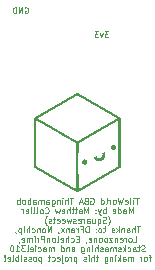
<source format=gbr>
%TF.GenerationSoftware,KiCad,Pcbnew,(6.0.7)*%
%TF.CreationDate,2022-08-31T20:47:36+01:00*%
%TF.ProjectId,Adapter,41646170-7465-4722-9e6b-696361645f70,rev?*%
%TF.SameCoordinates,Original*%
%TF.FileFunction,Legend,Bot*%
%TF.FilePolarity,Positive*%
%FSLAX46Y46*%
G04 Gerber Fmt 4.6, Leading zero omitted, Abs format (unit mm)*
G04 Created by KiCad (PCBNEW (6.0.7)) date 2022-08-31 20:47:36*
%MOMM*%
%LPD*%
G01*
G04 APERTURE LIST*
%ADD10C,0.125000*%
G04 APERTURE END LIST*
D10*
X147700952Y-92460000D02*
X147748571Y-92436190D01*
X147820000Y-92436190D01*
X147891428Y-92460000D01*
X147939047Y-92507619D01*
X147962857Y-92555238D01*
X147986666Y-92650476D01*
X147986666Y-92721904D01*
X147962857Y-92817142D01*
X147939047Y-92864761D01*
X147891428Y-92912380D01*
X147820000Y-92936190D01*
X147772380Y-92936190D01*
X147700952Y-92912380D01*
X147677142Y-92888571D01*
X147677142Y-92721904D01*
X147772380Y-92721904D01*
X147462857Y-92936190D02*
X147462857Y-92436190D01*
X147177142Y-92936190D01*
X147177142Y-92436190D01*
X146939047Y-92936190D02*
X146939047Y-92436190D01*
X146820000Y-92436190D01*
X146748571Y-92460000D01*
X146700952Y-92507619D01*
X146677142Y-92555238D01*
X146653333Y-92650476D01*
X146653333Y-92721904D01*
X146677142Y-92817142D01*
X146700952Y-92864761D01*
X146748571Y-92912380D01*
X146820000Y-92936190D01*
X146939047Y-92936190D01*
X154773238Y-94468190D02*
X154463714Y-94468190D01*
X154630380Y-94658666D01*
X154558952Y-94658666D01*
X154511333Y-94682476D01*
X154487523Y-94706285D01*
X154463714Y-94753904D01*
X154463714Y-94872952D01*
X154487523Y-94920571D01*
X154511333Y-94944380D01*
X154558952Y-94968190D01*
X154701809Y-94968190D01*
X154749428Y-94944380D01*
X154773238Y-94920571D01*
X154297047Y-94634857D02*
X154178000Y-94968190D01*
X154058952Y-94634857D01*
X153916095Y-94468190D02*
X153606571Y-94468190D01*
X153773238Y-94658666D01*
X153701809Y-94658666D01*
X153654190Y-94682476D01*
X153630380Y-94706285D01*
X153606571Y-94753904D01*
X153606571Y-94872952D01*
X153630380Y-94920571D01*
X153654190Y-94944380D01*
X153701809Y-94968190D01*
X153844666Y-94968190D01*
X153892285Y-94944380D01*
X153916095Y-94920571D01*
X157324571Y-108563190D02*
X157038857Y-108563190D01*
X157181714Y-109063190D02*
X157181714Y-108563190D01*
X156872190Y-109063190D02*
X156872190Y-108729857D01*
X156872190Y-108563190D02*
X156896000Y-108587000D01*
X156872190Y-108610809D01*
X156848380Y-108587000D01*
X156872190Y-108563190D01*
X156872190Y-108610809D01*
X156562666Y-109063190D02*
X156610285Y-109039380D01*
X156634095Y-108991761D01*
X156634095Y-108563190D01*
X156181714Y-109039380D02*
X156229333Y-109063190D01*
X156324571Y-109063190D01*
X156372190Y-109039380D01*
X156396000Y-108991761D01*
X156396000Y-108801285D01*
X156372190Y-108753666D01*
X156324571Y-108729857D01*
X156229333Y-108729857D01*
X156181714Y-108753666D01*
X156157904Y-108801285D01*
X156157904Y-108848904D01*
X156396000Y-108896523D01*
X155991238Y-108563190D02*
X155872190Y-109063190D01*
X155776952Y-108706047D01*
X155681714Y-109063190D01*
X155562666Y-108563190D01*
X155300761Y-109063190D02*
X155348380Y-109039380D01*
X155372190Y-109015571D01*
X155396000Y-108967952D01*
X155396000Y-108825095D01*
X155372190Y-108777476D01*
X155348380Y-108753666D01*
X155300761Y-108729857D01*
X155229333Y-108729857D01*
X155181714Y-108753666D01*
X155157904Y-108777476D01*
X155134095Y-108825095D01*
X155134095Y-108967952D01*
X155157904Y-109015571D01*
X155181714Y-109039380D01*
X155229333Y-109063190D01*
X155300761Y-109063190D01*
X154919809Y-109063190D02*
X154919809Y-108729857D01*
X154919809Y-108825095D02*
X154896000Y-108777476D01*
X154872190Y-108753666D01*
X154824571Y-108729857D01*
X154776952Y-108729857D01*
X154538857Y-109063190D02*
X154586476Y-109039380D01*
X154610285Y-108991761D01*
X154610285Y-108563190D01*
X154134095Y-109063190D02*
X154134095Y-108563190D01*
X154134095Y-109039380D02*
X154181714Y-109063190D01*
X154276952Y-109063190D01*
X154324571Y-109039380D01*
X154348380Y-109015571D01*
X154372190Y-108967952D01*
X154372190Y-108825095D01*
X154348380Y-108777476D01*
X154324571Y-108753666D01*
X154276952Y-108729857D01*
X154181714Y-108729857D01*
X154134095Y-108753666D01*
X153253142Y-108587000D02*
X153300761Y-108563190D01*
X153372190Y-108563190D01*
X153443619Y-108587000D01*
X153491238Y-108634619D01*
X153515047Y-108682238D01*
X153538857Y-108777476D01*
X153538857Y-108848904D01*
X153515047Y-108944142D01*
X153491238Y-108991761D01*
X153443619Y-109039380D01*
X153372190Y-109063190D01*
X153324571Y-109063190D01*
X153253142Y-109039380D01*
X153229333Y-109015571D01*
X153229333Y-108848904D01*
X153324571Y-108848904D01*
X152848380Y-108801285D02*
X152776952Y-108825095D01*
X152753142Y-108848904D01*
X152729333Y-108896523D01*
X152729333Y-108967952D01*
X152753142Y-109015571D01*
X152776952Y-109039380D01*
X152824571Y-109063190D01*
X153015047Y-109063190D01*
X153015047Y-108563190D01*
X152848380Y-108563190D01*
X152800761Y-108587000D01*
X152776952Y-108610809D01*
X152753142Y-108658428D01*
X152753142Y-108706047D01*
X152776952Y-108753666D01*
X152800761Y-108777476D01*
X152848380Y-108801285D01*
X153015047Y-108801285D01*
X152538857Y-108920333D02*
X152300761Y-108920333D01*
X152586476Y-109063190D02*
X152419809Y-108563190D01*
X152253142Y-109063190D01*
X151776952Y-108563190D02*
X151491238Y-108563190D01*
X151634095Y-109063190D02*
X151634095Y-108563190D01*
X151324571Y-109063190D02*
X151324571Y-108563190D01*
X151110285Y-109063190D02*
X151110285Y-108801285D01*
X151134095Y-108753666D01*
X151181714Y-108729857D01*
X151253142Y-108729857D01*
X151300761Y-108753666D01*
X151324571Y-108777476D01*
X150872190Y-109063190D02*
X150872190Y-108729857D01*
X150872190Y-108563190D02*
X150896000Y-108587000D01*
X150872190Y-108610809D01*
X150848380Y-108587000D01*
X150872190Y-108563190D01*
X150872190Y-108610809D01*
X150634095Y-108729857D02*
X150634095Y-109063190D01*
X150634095Y-108777476D02*
X150610285Y-108753666D01*
X150562666Y-108729857D01*
X150491238Y-108729857D01*
X150443619Y-108753666D01*
X150419809Y-108801285D01*
X150419809Y-109063190D01*
X149967428Y-108729857D02*
X149967428Y-109134619D01*
X149991238Y-109182238D01*
X150015047Y-109206047D01*
X150062666Y-109229857D01*
X150134095Y-109229857D01*
X150181714Y-109206047D01*
X149967428Y-109039380D02*
X150015047Y-109063190D01*
X150110285Y-109063190D01*
X150157904Y-109039380D01*
X150181714Y-109015571D01*
X150205523Y-108967952D01*
X150205523Y-108825095D01*
X150181714Y-108777476D01*
X150157904Y-108753666D01*
X150110285Y-108729857D01*
X150015047Y-108729857D01*
X149967428Y-108753666D01*
X149515047Y-109063190D02*
X149515047Y-108801285D01*
X149538857Y-108753666D01*
X149586476Y-108729857D01*
X149681714Y-108729857D01*
X149729333Y-108753666D01*
X149515047Y-109039380D02*
X149562666Y-109063190D01*
X149681714Y-109063190D01*
X149729333Y-109039380D01*
X149753142Y-108991761D01*
X149753142Y-108944142D01*
X149729333Y-108896523D01*
X149681714Y-108872714D01*
X149562666Y-108872714D01*
X149515047Y-108848904D01*
X149276952Y-109063190D02*
X149276952Y-108729857D01*
X149276952Y-108777476D02*
X149253142Y-108753666D01*
X149205523Y-108729857D01*
X149134095Y-108729857D01*
X149086476Y-108753666D01*
X149062666Y-108801285D01*
X149062666Y-109063190D01*
X149062666Y-108801285D02*
X149038857Y-108753666D01*
X148991238Y-108729857D01*
X148919809Y-108729857D01*
X148872190Y-108753666D01*
X148848380Y-108801285D01*
X148848380Y-109063190D01*
X148396000Y-109063190D02*
X148396000Y-108801285D01*
X148419809Y-108753666D01*
X148467428Y-108729857D01*
X148562666Y-108729857D01*
X148610285Y-108753666D01*
X148396000Y-109039380D02*
X148443619Y-109063190D01*
X148562666Y-109063190D01*
X148610285Y-109039380D01*
X148634095Y-108991761D01*
X148634095Y-108944142D01*
X148610285Y-108896523D01*
X148562666Y-108872714D01*
X148443619Y-108872714D01*
X148396000Y-108848904D01*
X148157904Y-109063190D02*
X148157904Y-108563190D01*
X148157904Y-108753666D02*
X148110285Y-108729857D01*
X148015047Y-108729857D01*
X147967428Y-108753666D01*
X147943619Y-108777476D01*
X147919809Y-108825095D01*
X147919809Y-108967952D01*
X147943619Y-109015571D01*
X147967428Y-109039380D01*
X148015047Y-109063190D01*
X148110285Y-109063190D01*
X148157904Y-109039380D01*
X147634095Y-109063190D02*
X147681714Y-109039380D01*
X147705523Y-109015571D01*
X147729333Y-108967952D01*
X147729333Y-108825095D01*
X147705523Y-108777476D01*
X147681714Y-108753666D01*
X147634095Y-108729857D01*
X147562666Y-108729857D01*
X147515047Y-108753666D01*
X147491238Y-108777476D01*
X147467428Y-108825095D01*
X147467428Y-108967952D01*
X147491238Y-109015571D01*
X147515047Y-109039380D01*
X147562666Y-109063190D01*
X147634095Y-109063190D01*
X147253142Y-109063190D02*
X147253142Y-108563190D01*
X147253142Y-108753666D02*
X147205523Y-108729857D01*
X147110285Y-108729857D01*
X147062666Y-108753666D01*
X147038857Y-108777476D01*
X147015047Y-108825095D01*
X147015047Y-108967952D01*
X147038857Y-109015571D01*
X147062666Y-109039380D01*
X147110285Y-109063190D01*
X147205523Y-109063190D01*
X147253142Y-109039380D01*
X156812666Y-109868190D02*
X156812666Y-109368190D01*
X156646000Y-109725333D01*
X156479333Y-109368190D01*
X156479333Y-109868190D01*
X156026952Y-109868190D02*
X156026952Y-109606285D01*
X156050761Y-109558666D01*
X156098380Y-109534857D01*
X156193619Y-109534857D01*
X156241238Y-109558666D01*
X156026952Y-109844380D02*
X156074571Y-109868190D01*
X156193619Y-109868190D01*
X156241238Y-109844380D01*
X156265047Y-109796761D01*
X156265047Y-109749142D01*
X156241238Y-109701523D01*
X156193619Y-109677714D01*
X156074571Y-109677714D01*
X156026952Y-109653904D01*
X155574571Y-109868190D02*
X155574571Y-109368190D01*
X155574571Y-109844380D02*
X155622190Y-109868190D01*
X155717428Y-109868190D01*
X155765047Y-109844380D01*
X155788857Y-109820571D01*
X155812666Y-109772952D01*
X155812666Y-109630095D01*
X155788857Y-109582476D01*
X155765047Y-109558666D01*
X155717428Y-109534857D01*
X155622190Y-109534857D01*
X155574571Y-109558666D01*
X155146000Y-109844380D02*
X155193619Y-109868190D01*
X155288857Y-109868190D01*
X155336476Y-109844380D01*
X155360285Y-109796761D01*
X155360285Y-109606285D01*
X155336476Y-109558666D01*
X155288857Y-109534857D01*
X155193619Y-109534857D01*
X155146000Y-109558666D01*
X155122190Y-109606285D01*
X155122190Y-109653904D01*
X155360285Y-109701523D01*
X154526952Y-109868190D02*
X154526952Y-109368190D01*
X154526952Y-109558666D02*
X154479333Y-109534857D01*
X154384095Y-109534857D01*
X154336476Y-109558666D01*
X154312666Y-109582476D01*
X154288857Y-109630095D01*
X154288857Y-109772952D01*
X154312666Y-109820571D01*
X154336476Y-109844380D01*
X154384095Y-109868190D01*
X154479333Y-109868190D01*
X154526952Y-109844380D01*
X154122190Y-109534857D02*
X154003142Y-109868190D01*
X153884095Y-109534857D02*
X154003142Y-109868190D01*
X154050761Y-109987238D01*
X154074571Y-110011047D01*
X154122190Y-110034857D01*
X153693619Y-109820571D02*
X153669809Y-109844380D01*
X153693619Y-109868190D01*
X153717428Y-109844380D01*
X153693619Y-109820571D01*
X153693619Y-109868190D01*
X153693619Y-109558666D02*
X153669809Y-109582476D01*
X153693619Y-109606285D01*
X153717428Y-109582476D01*
X153693619Y-109558666D01*
X153693619Y-109606285D01*
X153074571Y-109868190D02*
X153074571Y-109368190D01*
X152907904Y-109725333D01*
X152741238Y-109368190D01*
X152741238Y-109868190D01*
X152288857Y-109868190D02*
X152288857Y-109606285D01*
X152312666Y-109558666D01*
X152360285Y-109534857D01*
X152455523Y-109534857D01*
X152503142Y-109558666D01*
X152288857Y-109844380D02*
X152336476Y-109868190D01*
X152455523Y-109868190D01*
X152503142Y-109844380D01*
X152526952Y-109796761D01*
X152526952Y-109749142D01*
X152503142Y-109701523D01*
X152455523Y-109677714D01*
X152336476Y-109677714D01*
X152288857Y-109653904D01*
X152122190Y-109534857D02*
X151931714Y-109534857D01*
X152050761Y-109368190D02*
X152050761Y-109796761D01*
X152026952Y-109844380D01*
X151979333Y-109868190D01*
X151931714Y-109868190D01*
X151836476Y-109534857D02*
X151646000Y-109534857D01*
X151765047Y-109368190D02*
X151765047Y-109796761D01*
X151741238Y-109844380D01*
X151693619Y-109868190D01*
X151646000Y-109868190D01*
X151479333Y-109868190D02*
X151479333Y-109368190D01*
X151265047Y-109868190D02*
X151265047Y-109606285D01*
X151288857Y-109558666D01*
X151336476Y-109534857D01*
X151407904Y-109534857D01*
X151455523Y-109558666D01*
X151479333Y-109582476D01*
X150836476Y-109844380D02*
X150884095Y-109868190D01*
X150979333Y-109868190D01*
X151026952Y-109844380D01*
X151050761Y-109796761D01*
X151050761Y-109606285D01*
X151026952Y-109558666D01*
X150979333Y-109534857D01*
X150884095Y-109534857D01*
X150836476Y-109558666D01*
X150812666Y-109606285D01*
X150812666Y-109653904D01*
X151050761Y-109701523D01*
X150646000Y-109534857D02*
X150550761Y-109868190D01*
X150455523Y-109630095D01*
X150360285Y-109868190D01*
X150265047Y-109534857D01*
X149407904Y-109820571D02*
X149431714Y-109844380D01*
X149503142Y-109868190D01*
X149550761Y-109868190D01*
X149622190Y-109844380D01*
X149669809Y-109796761D01*
X149693619Y-109749142D01*
X149717428Y-109653904D01*
X149717428Y-109582476D01*
X149693619Y-109487238D01*
X149669809Y-109439619D01*
X149622190Y-109392000D01*
X149550761Y-109368190D01*
X149503142Y-109368190D01*
X149431714Y-109392000D01*
X149407904Y-109415809D01*
X149122190Y-109868190D02*
X149169809Y-109844380D01*
X149193619Y-109820571D01*
X149217428Y-109772952D01*
X149217428Y-109630095D01*
X149193619Y-109582476D01*
X149169809Y-109558666D01*
X149122190Y-109534857D01*
X149050761Y-109534857D01*
X149003142Y-109558666D01*
X148979333Y-109582476D01*
X148955523Y-109630095D01*
X148955523Y-109772952D01*
X148979333Y-109820571D01*
X149003142Y-109844380D01*
X149050761Y-109868190D01*
X149122190Y-109868190D01*
X148669809Y-109868190D02*
X148717428Y-109844380D01*
X148741238Y-109796761D01*
X148741238Y-109368190D01*
X148407904Y-109868190D02*
X148455523Y-109844380D01*
X148479333Y-109796761D01*
X148479333Y-109368190D01*
X148217428Y-109868190D02*
X148217428Y-109534857D01*
X148217428Y-109368190D02*
X148241238Y-109392000D01*
X148217428Y-109415809D01*
X148193619Y-109392000D01*
X148217428Y-109368190D01*
X148217428Y-109415809D01*
X147788857Y-109844380D02*
X147836476Y-109868190D01*
X147931714Y-109868190D01*
X147979333Y-109844380D01*
X148003142Y-109796761D01*
X148003142Y-109606285D01*
X147979333Y-109558666D01*
X147931714Y-109534857D01*
X147836476Y-109534857D01*
X147788857Y-109558666D01*
X147765047Y-109606285D01*
X147765047Y-109653904D01*
X148003142Y-109701523D01*
X147550761Y-109868190D02*
X147550761Y-109534857D01*
X147550761Y-109630095D02*
X147526952Y-109582476D01*
X147503142Y-109558666D01*
X147455523Y-109534857D01*
X147407904Y-109534857D01*
X154741238Y-110863666D02*
X154765047Y-110839857D01*
X154812666Y-110768428D01*
X154836476Y-110720809D01*
X154860285Y-110649380D01*
X154884095Y-110530333D01*
X154884095Y-110435095D01*
X154860285Y-110316047D01*
X154836476Y-110244619D01*
X154812666Y-110197000D01*
X154765047Y-110125571D01*
X154741238Y-110101761D01*
X154574571Y-110649380D02*
X154503142Y-110673190D01*
X154384095Y-110673190D01*
X154336476Y-110649380D01*
X154312666Y-110625571D01*
X154288857Y-110577952D01*
X154288857Y-110530333D01*
X154312666Y-110482714D01*
X154336476Y-110458904D01*
X154384095Y-110435095D01*
X154479333Y-110411285D01*
X154526952Y-110387476D01*
X154550761Y-110363666D01*
X154574571Y-110316047D01*
X154574571Y-110268428D01*
X154550761Y-110220809D01*
X154526952Y-110197000D01*
X154479333Y-110173190D01*
X154360285Y-110173190D01*
X154288857Y-110197000D01*
X153860285Y-110339857D02*
X153860285Y-110839857D01*
X153860285Y-110649380D02*
X153907904Y-110673190D01*
X154003142Y-110673190D01*
X154050761Y-110649380D01*
X154074571Y-110625571D01*
X154098380Y-110577952D01*
X154098380Y-110435095D01*
X154074571Y-110387476D01*
X154050761Y-110363666D01*
X154003142Y-110339857D01*
X153907904Y-110339857D01*
X153860285Y-110363666D01*
X153407904Y-110339857D02*
X153407904Y-110673190D01*
X153622190Y-110339857D02*
X153622190Y-110601761D01*
X153598380Y-110649380D01*
X153550761Y-110673190D01*
X153479333Y-110673190D01*
X153431714Y-110649380D01*
X153407904Y-110625571D01*
X152955523Y-110673190D02*
X152955523Y-110411285D01*
X152979333Y-110363666D01*
X153026952Y-110339857D01*
X153122190Y-110339857D01*
X153169809Y-110363666D01*
X152955523Y-110649380D02*
X153003142Y-110673190D01*
X153122190Y-110673190D01*
X153169809Y-110649380D01*
X153193619Y-110601761D01*
X153193619Y-110554142D01*
X153169809Y-110506523D01*
X153122190Y-110482714D01*
X153003142Y-110482714D01*
X152955523Y-110458904D01*
X152717428Y-110673190D02*
X152717428Y-110339857D01*
X152717428Y-110435095D02*
X152693619Y-110387476D01*
X152669809Y-110363666D01*
X152622190Y-110339857D01*
X152574571Y-110339857D01*
X152217428Y-110649380D02*
X152265047Y-110673190D01*
X152360285Y-110673190D01*
X152407904Y-110649380D01*
X152431714Y-110601761D01*
X152431714Y-110411285D01*
X152407904Y-110363666D01*
X152360285Y-110339857D01*
X152265047Y-110339857D01*
X152217428Y-110363666D01*
X152193619Y-110411285D01*
X152193619Y-110458904D01*
X152431714Y-110506523D01*
X152003142Y-110649380D02*
X151955523Y-110673190D01*
X151860285Y-110673190D01*
X151812666Y-110649380D01*
X151788857Y-110601761D01*
X151788857Y-110577952D01*
X151812666Y-110530333D01*
X151860285Y-110506523D01*
X151931714Y-110506523D01*
X151979333Y-110482714D01*
X152003142Y-110435095D01*
X152003142Y-110411285D01*
X151979333Y-110363666D01*
X151931714Y-110339857D01*
X151860285Y-110339857D01*
X151812666Y-110363666D01*
X151622190Y-110339857D02*
X151526952Y-110673190D01*
X151431714Y-110435095D01*
X151336476Y-110673190D01*
X151241238Y-110339857D01*
X150860285Y-110649380D02*
X150907904Y-110673190D01*
X151003142Y-110673190D01*
X151050761Y-110649380D01*
X151074571Y-110601761D01*
X151074571Y-110411285D01*
X151050761Y-110363666D01*
X151003142Y-110339857D01*
X150907904Y-110339857D01*
X150860285Y-110363666D01*
X150836476Y-110411285D01*
X150836476Y-110458904D01*
X151074571Y-110506523D01*
X150431714Y-110649380D02*
X150479333Y-110673190D01*
X150574571Y-110673190D01*
X150622190Y-110649380D01*
X150646000Y-110601761D01*
X150646000Y-110411285D01*
X150622190Y-110363666D01*
X150574571Y-110339857D01*
X150479333Y-110339857D01*
X150431714Y-110363666D01*
X150407904Y-110411285D01*
X150407904Y-110458904D01*
X150646000Y-110506523D01*
X150265047Y-110339857D02*
X150074571Y-110339857D01*
X150193619Y-110173190D02*
X150193619Y-110601761D01*
X150169809Y-110649380D01*
X150122190Y-110673190D01*
X150074571Y-110673190D01*
X149931714Y-110649380D02*
X149884095Y-110673190D01*
X149788857Y-110673190D01*
X149741238Y-110649380D01*
X149717428Y-110601761D01*
X149717428Y-110577952D01*
X149741238Y-110530333D01*
X149788857Y-110506523D01*
X149860285Y-110506523D01*
X149907904Y-110482714D01*
X149931714Y-110435095D01*
X149931714Y-110411285D01*
X149907904Y-110363666D01*
X149860285Y-110339857D01*
X149788857Y-110339857D01*
X149741238Y-110363666D01*
X149550761Y-110863666D02*
X149526952Y-110839857D01*
X149479333Y-110768428D01*
X149455523Y-110720809D01*
X149431714Y-110649380D01*
X149407904Y-110530333D01*
X149407904Y-110435095D01*
X149431714Y-110316047D01*
X149455523Y-110244619D01*
X149479333Y-110197000D01*
X149526952Y-110125571D01*
X149550761Y-110101761D01*
X157443619Y-110978190D02*
X157157904Y-110978190D01*
X157300761Y-111478190D02*
X157300761Y-110978190D01*
X156991238Y-111478190D02*
X156991238Y-110978190D01*
X156776952Y-111478190D02*
X156776952Y-111216285D01*
X156800761Y-111168666D01*
X156848380Y-111144857D01*
X156919809Y-111144857D01*
X156967428Y-111168666D01*
X156991238Y-111192476D01*
X156324571Y-111478190D02*
X156324571Y-111216285D01*
X156348380Y-111168666D01*
X156396000Y-111144857D01*
X156491238Y-111144857D01*
X156538857Y-111168666D01*
X156324571Y-111454380D02*
X156372190Y-111478190D01*
X156491238Y-111478190D01*
X156538857Y-111454380D01*
X156562666Y-111406761D01*
X156562666Y-111359142D01*
X156538857Y-111311523D01*
X156491238Y-111287714D01*
X156372190Y-111287714D01*
X156324571Y-111263904D01*
X156086476Y-111144857D02*
X156086476Y-111478190D01*
X156086476Y-111192476D02*
X156062666Y-111168666D01*
X156015047Y-111144857D01*
X155943619Y-111144857D01*
X155896000Y-111168666D01*
X155872190Y-111216285D01*
X155872190Y-111478190D01*
X155634095Y-111478190D02*
X155634095Y-110978190D01*
X155586476Y-111287714D02*
X155443619Y-111478190D01*
X155443619Y-111144857D02*
X155634095Y-111335333D01*
X155253142Y-111454380D02*
X155205523Y-111478190D01*
X155110285Y-111478190D01*
X155062666Y-111454380D01*
X155038857Y-111406761D01*
X155038857Y-111382952D01*
X155062666Y-111335333D01*
X155110285Y-111311523D01*
X155181714Y-111311523D01*
X155229333Y-111287714D01*
X155253142Y-111240095D01*
X155253142Y-111216285D01*
X155229333Y-111168666D01*
X155181714Y-111144857D01*
X155110285Y-111144857D01*
X155062666Y-111168666D01*
X154515047Y-111144857D02*
X154324571Y-111144857D01*
X154443619Y-110978190D02*
X154443619Y-111406761D01*
X154419809Y-111454380D01*
X154372190Y-111478190D01*
X154324571Y-111478190D01*
X154086476Y-111478190D02*
X154134095Y-111454380D01*
X154157904Y-111430571D01*
X154181714Y-111382952D01*
X154181714Y-111240095D01*
X154157904Y-111192476D01*
X154134095Y-111168666D01*
X154086476Y-111144857D01*
X154015047Y-111144857D01*
X153967428Y-111168666D01*
X153943619Y-111192476D01*
X153919809Y-111240095D01*
X153919809Y-111382952D01*
X153943619Y-111430571D01*
X153967428Y-111454380D01*
X154015047Y-111478190D01*
X154086476Y-111478190D01*
X153705523Y-111430571D02*
X153681714Y-111454380D01*
X153705523Y-111478190D01*
X153729333Y-111454380D01*
X153705523Y-111430571D01*
X153705523Y-111478190D01*
X153705523Y-111168666D02*
X153681714Y-111192476D01*
X153705523Y-111216285D01*
X153729333Y-111192476D01*
X153705523Y-111168666D01*
X153705523Y-111216285D01*
X153086476Y-111478190D02*
X153086476Y-110978190D01*
X152967428Y-110978190D01*
X152896000Y-111002000D01*
X152848380Y-111049619D01*
X152824571Y-111097238D01*
X152800761Y-111192476D01*
X152800761Y-111263904D01*
X152824571Y-111359142D01*
X152848380Y-111406761D01*
X152896000Y-111454380D01*
X152967428Y-111478190D01*
X153086476Y-111478190D01*
X152419809Y-111216285D02*
X152586476Y-111216285D01*
X152586476Y-111478190D02*
X152586476Y-110978190D01*
X152348380Y-110978190D01*
X152157904Y-111478190D02*
X152157904Y-111144857D01*
X152157904Y-111240095D02*
X152134095Y-111192476D01*
X152110285Y-111168666D01*
X152062666Y-111144857D01*
X152015047Y-111144857D01*
X151634095Y-111478190D02*
X151634095Y-111216285D01*
X151657904Y-111168666D01*
X151705523Y-111144857D01*
X151800761Y-111144857D01*
X151848380Y-111168666D01*
X151634095Y-111454380D02*
X151681714Y-111478190D01*
X151800761Y-111478190D01*
X151848380Y-111454380D01*
X151872190Y-111406761D01*
X151872190Y-111359142D01*
X151848380Y-111311523D01*
X151800761Y-111287714D01*
X151681714Y-111287714D01*
X151634095Y-111263904D01*
X151396000Y-111144857D02*
X151396000Y-111478190D01*
X151396000Y-111192476D02*
X151372190Y-111168666D01*
X151324571Y-111144857D01*
X151253142Y-111144857D01*
X151205523Y-111168666D01*
X151181714Y-111216285D01*
X151181714Y-111478190D01*
X150991238Y-111478190D02*
X150729333Y-111144857D01*
X150991238Y-111144857D02*
X150729333Y-111478190D01*
X150515047Y-111454380D02*
X150515047Y-111478190D01*
X150538857Y-111525809D01*
X150562666Y-111549619D01*
X149919809Y-111478190D02*
X149919809Y-110978190D01*
X149634095Y-111478190D01*
X149634095Y-110978190D01*
X149324571Y-111478190D02*
X149372190Y-111454380D01*
X149396000Y-111430571D01*
X149419809Y-111382952D01*
X149419809Y-111240095D01*
X149396000Y-111192476D01*
X149372190Y-111168666D01*
X149324571Y-111144857D01*
X149253142Y-111144857D01*
X149205523Y-111168666D01*
X149181714Y-111192476D01*
X149157904Y-111240095D01*
X149157904Y-111382952D01*
X149181714Y-111430571D01*
X149205523Y-111454380D01*
X149253142Y-111478190D01*
X149324571Y-111478190D01*
X148943619Y-111144857D02*
X148943619Y-111478190D01*
X148943619Y-111192476D02*
X148919809Y-111168666D01*
X148872190Y-111144857D01*
X148800761Y-111144857D01*
X148753142Y-111168666D01*
X148729333Y-111216285D01*
X148729333Y-111478190D01*
X148276952Y-111454380D02*
X148324571Y-111478190D01*
X148419809Y-111478190D01*
X148467428Y-111454380D01*
X148491238Y-111430571D01*
X148515047Y-111382952D01*
X148515047Y-111240095D01*
X148491238Y-111192476D01*
X148467428Y-111168666D01*
X148419809Y-111144857D01*
X148324571Y-111144857D01*
X148276952Y-111168666D01*
X148062666Y-111478190D02*
X148062666Y-110978190D01*
X147848380Y-111478190D02*
X147848380Y-111216285D01*
X147872190Y-111168666D01*
X147919809Y-111144857D01*
X147991238Y-111144857D01*
X148038857Y-111168666D01*
X148062666Y-111192476D01*
X147610285Y-111478190D02*
X147610285Y-111144857D01*
X147610285Y-110978190D02*
X147634095Y-111002000D01*
X147610285Y-111025809D01*
X147586476Y-111002000D01*
X147610285Y-110978190D01*
X147610285Y-111025809D01*
X147372190Y-111144857D02*
X147372190Y-111644857D01*
X147372190Y-111168666D02*
X147324571Y-111144857D01*
X147229333Y-111144857D01*
X147181714Y-111168666D01*
X147157904Y-111192476D01*
X147134095Y-111240095D01*
X147134095Y-111382952D01*
X147157904Y-111430571D01*
X147181714Y-111454380D01*
X147229333Y-111478190D01*
X147324571Y-111478190D01*
X147372190Y-111454380D01*
X146896000Y-111454380D02*
X146896000Y-111478190D01*
X146919809Y-111525809D01*
X146943619Y-111549619D01*
X156872190Y-112283190D02*
X157110285Y-112283190D01*
X157110285Y-111783190D01*
X156634095Y-112283190D02*
X156681714Y-112259380D01*
X156705523Y-112235571D01*
X156729333Y-112187952D01*
X156729333Y-112045095D01*
X156705523Y-111997476D01*
X156681714Y-111973666D01*
X156634095Y-111949857D01*
X156562666Y-111949857D01*
X156515047Y-111973666D01*
X156491238Y-111997476D01*
X156467428Y-112045095D01*
X156467428Y-112187952D01*
X156491238Y-112235571D01*
X156515047Y-112259380D01*
X156562666Y-112283190D01*
X156634095Y-112283190D01*
X156253142Y-112283190D02*
X156253142Y-111949857D01*
X156253142Y-112045095D02*
X156229333Y-111997476D01*
X156205523Y-111973666D01*
X156157904Y-111949857D01*
X156110285Y-111949857D01*
X155753142Y-112259380D02*
X155800761Y-112283190D01*
X155896000Y-112283190D01*
X155943619Y-112259380D01*
X155967428Y-112211761D01*
X155967428Y-112021285D01*
X155943619Y-111973666D01*
X155896000Y-111949857D01*
X155800761Y-111949857D01*
X155753142Y-111973666D01*
X155729333Y-112021285D01*
X155729333Y-112068904D01*
X155967428Y-112116523D01*
X155515047Y-111949857D02*
X155515047Y-112283190D01*
X155515047Y-111997476D02*
X155491238Y-111973666D01*
X155443619Y-111949857D01*
X155372190Y-111949857D01*
X155324571Y-111973666D01*
X155300761Y-112021285D01*
X155300761Y-112283190D01*
X155110285Y-111949857D02*
X154848380Y-111949857D01*
X155110285Y-112283190D01*
X154848380Y-112283190D01*
X154586476Y-112283190D02*
X154634095Y-112259380D01*
X154657904Y-112235571D01*
X154681714Y-112187952D01*
X154681714Y-112045095D01*
X154657904Y-111997476D01*
X154634095Y-111973666D01*
X154586476Y-111949857D01*
X154515047Y-111949857D01*
X154467428Y-111973666D01*
X154443619Y-111997476D01*
X154419809Y-112045095D01*
X154419809Y-112187952D01*
X154443619Y-112235571D01*
X154467428Y-112259380D01*
X154515047Y-112283190D01*
X154586476Y-112283190D01*
X154134095Y-112283190D02*
X154181714Y-112259380D01*
X154205523Y-112235571D01*
X154229333Y-112187952D01*
X154229333Y-112045095D01*
X154205523Y-111997476D01*
X154181714Y-111973666D01*
X154134095Y-111949857D01*
X154062666Y-111949857D01*
X154015047Y-111973666D01*
X153991238Y-111997476D01*
X153967428Y-112045095D01*
X153967428Y-112187952D01*
X153991238Y-112235571D01*
X154015047Y-112259380D01*
X154062666Y-112283190D01*
X154134095Y-112283190D01*
X153753142Y-111949857D02*
X153753142Y-112283190D01*
X153753142Y-111997476D02*
X153729333Y-111973666D01*
X153681714Y-111949857D01*
X153610285Y-111949857D01*
X153562666Y-111973666D01*
X153538857Y-112021285D01*
X153538857Y-112283190D01*
X153110285Y-112259380D02*
X153157904Y-112283190D01*
X153253142Y-112283190D01*
X153300761Y-112259380D01*
X153324571Y-112211761D01*
X153324571Y-112021285D01*
X153300761Y-111973666D01*
X153253142Y-111949857D01*
X153157904Y-111949857D01*
X153110285Y-111973666D01*
X153086476Y-112021285D01*
X153086476Y-112068904D01*
X153324571Y-112116523D01*
X152848380Y-112259380D02*
X152848380Y-112283190D01*
X152872190Y-112330809D01*
X152896000Y-112354619D01*
X152253142Y-112021285D02*
X152086476Y-112021285D01*
X152015047Y-112283190D02*
X152253142Y-112283190D01*
X152253142Y-111783190D01*
X152015047Y-111783190D01*
X151586476Y-112259380D02*
X151634095Y-112283190D01*
X151729333Y-112283190D01*
X151776952Y-112259380D01*
X151800761Y-112235571D01*
X151824571Y-112187952D01*
X151824571Y-112045095D01*
X151800761Y-111997476D01*
X151776952Y-111973666D01*
X151729333Y-111949857D01*
X151634095Y-111949857D01*
X151586476Y-111973666D01*
X151372190Y-112283190D02*
X151372190Y-111783190D01*
X151157904Y-112283190D02*
X151157904Y-112021285D01*
X151181714Y-111973666D01*
X151229333Y-111949857D01*
X151300761Y-111949857D01*
X151348380Y-111973666D01*
X151372190Y-111997476D01*
X150729333Y-112259380D02*
X150776952Y-112283190D01*
X150872190Y-112283190D01*
X150919809Y-112259380D01*
X150943619Y-112211761D01*
X150943619Y-112021285D01*
X150919809Y-111973666D01*
X150872190Y-111949857D01*
X150776952Y-111949857D01*
X150729333Y-111973666D01*
X150705523Y-112021285D01*
X150705523Y-112068904D01*
X150943619Y-112116523D01*
X150419809Y-112283190D02*
X150467428Y-112259380D01*
X150491238Y-112211761D01*
X150491238Y-111783190D01*
X150157904Y-112283190D02*
X150205523Y-112259380D01*
X150229333Y-112235571D01*
X150253142Y-112187952D01*
X150253142Y-112045095D01*
X150229333Y-111997476D01*
X150205523Y-111973666D01*
X150157904Y-111949857D01*
X150086476Y-111949857D01*
X150038857Y-111973666D01*
X150015047Y-111997476D01*
X149991238Y-112045095D01*
X149991238Y-112187952D01*
X150015047Y-112235571D01*
X150038857Y-112259380D01*
X150086476Y-112283190D01*
X150157904Y-112283190D01*
X149776952Y-111949857D02*
X149776952Y-112283190D01*
X149776952Y-111997476D02*
X149753142Y-111973666D01*
X149705523Y-111949857D01*
X149634095Y-111949857D01*
X149586476Y-111973666D01*
X149562666Y-112021285D01*
X149562666Y-112283190D01*
X149324571Y-112283190D02*
X149324571Y-111783190D01*
X149134095Y-111783190D01*
X149086476Y-111807000D01*
X149062666Y-111830809D01*
X149038857Y-111878428D01*
X149038857Y-111949857D01*
X149062666Y-111997476D01*
X149086476Y-112021285D01*
X149134095Y-112045095D01*
X149324571Y-112045095D01*
X148824571Y-112283190D02*
X148824571Y-111949857D01*
X148824571Y-112045095D02*
X148800761Y-111997476D01*
X148776952Y-111973666D01*
X148729333Y-111949857D01*
X148681714Y-111949857D01*
X148515047Y-112283190D02*
X148515047Y-111949857D01*
X148515047Y-111783190D02*
X148538857Y-111807000D01*
X148515047Y-111830809D01*
X148491238Y-111807000D01*
X148515047Y-111783190D01*
X148515047Y-111830809D01*
X148276952Y-112283190D02*
X148276952Y-111949857D01*
X148276952Y-111997476D02*
X148253142Y-111973666D01*
X148205523Y-111949857D01*
X148134095Y-111949857D01*
X148086476Y-111973666D01*
X148062666Y-112021285D01*
X148062666Y-112283190D01*
X148062666Y-112021285D02*
X148038857Y-111973666D01*
X147991238Y-111949857D01*
X147919809Y-111949857D01*
X147872190Y-111973666D01*
X147848380Y-112021285D01*
X147848380Y-112283190D01*
X147419809Y-112259380D02*
X147467428Y-112283190D01*
X147562666Y-112283190D01*
X147610285Y-112259380D01*
X147634095Y-112211761D01*
X147634095Y-112021285D01*
X147610285Y-111973666D01*
X147562666Y-111949857D01*
X147467428Y-111949857D01*
X147419809Y-111973666D01*
X147396000Y-112021285D01*
X147396000Y-112068904D01*
X147634095Y-112116523D01*
X147157904Y-112259380D02*
X147157904Y-112283190D01*
X147181714Y-112330809D01*
X147205523Y-112354619D01*
X157848380Y-113064380D02*
X157776952Y-113088190D01*
X157657904Y-113088190D01*
X157610285Y-113064380D01*
X157586476Y-113040571D01*
X157562666Y-112992952D01*
X157562666Y-112945333D01*
X157586476Y-112897714D01*
X157610285Y-112873904D01*
X157657904Y-112850095D01*
X157753142Y-112826285D01*
X157800761Y-112802476D01*
X157824571Y-112778666D01*
X157848380Y-112731047D01*
X157848380Y-112683428D01*
X157824571Y-112635809D01*
X157800761Y-112612000D01*
X157753142Y-112588190D01*
X157634095Y-112588190D01*
X157562666Y-112612000D01*
X157419809Y-112754857D02*
X157229333Y-112754857D01*
X157348380Y-112588190D02*
X157348380Y-113016761D01*
X157324571Y-113064380D01*
X157276952Y-113088190D01*
X157229333Y-113088190D01*
X156848380Y-113088190D02*
X156848380Y-112826285D01*
X156872190Y-112778666D01*
X156919809Y-112754857D01*
X157015047Y-112754857D01*
X157062666Y-112778666D01*
X156848380Y-113064380D02*
X156896000Y-113088190D01*
X157015047Y-113088190D01*
X157062666Y-113064380D01*
X157086476Y-113016761D01*
X157086476Y-112969142D01*
X157062666Y-112921523D01*
X157015047Y-112897714D01*
X156896000Y-112897714D01*
X156848380Y-112873904D01*
X156396000Y-113064380D02*
X156443619Y-113088190D01*
X156538857Y-113088190D01*
X156586476Y-113064380D01*
X156610285Y-113040571D01*
X156634095Y-112992952D01*
X156634095Y-112850095D01*
X156610285Y-112802476D01*
X156586476Y-112778666D01*
X156538857Y-112754857D01*
X156443619Y-112754857D01*
X156396000Y-112778666D01*
X156181714Y-113088190D02*
X156181714Y-112588190D01*
X156134095Y-112897714D02*
X155991238Y-113088190D01*
X155991238Y-112754857D02*
X156181714Y-112945333D01*
X155800761Y-113064380D02*
X155753142Y-113088190D01*
X155657904Y-113088190D01*
X155610285Y-113064380D01*
X155586476Y-113016761D01*
X155586476Y-112992952D01*
X155610285Y-112945333D01*
X155657904Y-112921523D01*
X155729333Y-112921523D01*
X155776952Y-112897714D01*
X155800761Y-112850095D01*
X155800761Y-112826285D01*
X155776952Y-112778666D01*
X155729333Y-112754857D01*
X155657904Y-112754857D01*
X155610285Y-112778666D01*
X155372190Y-113088190D02*
X155372190Y-112754857D01*
X155372190Y-112802476D02*
X155348380Y-112778666D01*
X155300761Y-112754857D01*
X155229333Y-112754857D01*
X155181714Y-112778666D01*
X155157904Y-112826285D01*
X155157904Y-113088190D01*
X155157904Y-112826285D02*
X155134095Y-112778666D01*
X155086476Y-112754857D01*
X155015047Y-112754857D01*
X154967428Y-112778666D01*
X154943619Y-112826285D01*
X154943619Y-113088190D01*
X154491238Y-113088190D02*
X154491238Y-112826285D01*
X154515047Y-112778666D01*
X154562666Y-112754857D01*
X154657904Y-112754857D01*
X154705523Y-112778666D01*
X154491238Y-113064380D02*
X154538857Y-113088190D01*
X154657904Y-113088190D01*
X154705523Y-113064380D01*
X154729333Y-113016761D01*
X154729333Y-112969142D01*
X154705523Y-112921523D01*
X154657904Y-112897714D01*
X154538857Y-112897714D01*
X154491238Y-112873904D01*
X154276952Y-113064380D02*
X154229333Y-113088190D01*
X154134095Y-113088190D01*
X154086476Y-113064380D01*
X154062666Y-113016761D01*
X154062666Y-112992952D01*
X154086476Y-112945333D01*
X154134095Y-112921523D01*
X154205523Y-112921523D01*
X154253142Y-112897714D01*
X154276952Y-112850095D01*
X154276952Y-112826285D01*
X154253142Y-112778666D01*
X154205523Y-112754857D01*
X154134095Y-112754857D01*
X154086476Y-112778666D01*
X153848380Y-113088190D02*
X153848380Y-112588190D01*
X153634095Y-113088190D02*
X153634095Y-112826285D01*
X153657904Y-112778666D01*
X153705523Y-112754857D01*
X153776952Y-112754857D01*
X153824571Y-112778666D01*
X153848380Y-112802476D01*
X153396000Y-113088190D02*
X153396000Y-112754857D01*
X153396000Y-112588190D02*
X153419809Y-112612000D01*
X153396000Y-112635809D01*
X153372190Y-112612000D01*
X153396000Y-112588190D01*
X153396000Y-112635809D01*
X153157904Y-112754857D02*
X153157904Y-113088190D01*
X153157904Y-112802476D02*
X153134095Y-112778666D01*
X153086476Y-112754857D01*
X153015047Y-112754857D01*
X152967428Y-112778666D01*
X152943619Y-112826285D01*
X152943619Y-113088190D01*
X152491238Y-112754857D02*
X152491238Y-113159619D01*
X152515047Y-113207238D01*
X152538857Y-113231047D01*
X152586476Y-113254857D01*
X152657904Y-113254857D01*
X152705523Y-113231047D01*
X152491238Y-113064380D02*
X152538857Y-113088190D01*
X152634095Y-113088190D01*
X152681714Y-113064380D01*
X152705523Y-113040571D01*
X152729333Y-112992952D01*
X152729333Y-112850095D01*
X152705523Y-112802476D01*
X152681714Y-112778666D01*
X152634095Y-112754857D01*
X152538857Y-112754857D01*
X152491238Y-112778666D01*
X151657904Y-113088190D02*
X151657904Y-112826285D01*
X151681714Y-112778666D01*
X151729333Y-112754857D01*
X151824571Y-112754857D01*
X151872190Y-112778666D01*
X151657904Y-113064380D02*
X151705523Y-113088190D01*
X151824571Y-113088190D01*
X151872190Y-113064380D01*
X151896000Y-113016761D01*
X151896000Y-112969142D01*
X151872190Y-112921523D01*
X151824571Y-112897714D01*
X151705523Y-112897714D01*
X151657904Y-112873904D01*
X151419809Y-112754857D02*
X151419809Y-113088190D01*
X151419809Y-112802476D02*
X151396000Y-112778666D01*
X151348380Y-112754857D01*
X151276952Y-112754857D01*
X151229333Y-112778666D01*
X151205523Y-112826285D01*
X151205523Y-113088190D01*
X150753142Y-113088190D02*
X150753142Y-112588190D01*
X150753142Y-113064380D02*
X150800761Y-113088190D01*
X150896000Y-113088190D01*
X150943619Y-113064380D01*
X150967428Y-113040571D01*
X150991238Y-112992952D01*
X150991238Y-112850095D01*
X150967428Y-112802476D01*
X150943619Y-112778666D01*
X150896000Y-112754857D01*
X150800761Y-112754857D01*
X150753142Y-112778666D01*
X150134095Y-113088190D02*
X150134095Y-112754857D01*
X150134095Y-112802476D02*
X150110285Y-112778666D01*
X150062666Y-112754857D01*
X149991238Y-112754857D01*
X149943619Y-112778666D01*
X149919809Y-112826285D01*
X149919809Y-113088190D01*
X149919809Y-112826285D02*
X149896000Y-112778666D01*
X149848380Y-112754857D01*
X149776952Y-112754857D01*
X149729333Y-112778666D01*
X149705523Y-112826285D01*
X149705523Y-113088190D01*
X149253142Y-113088190D02*
X149253142Y-112826285D01*
X149276952Y-112778666D01*
X149324571Y-112754857D01*
X149419809Y-112754857D01*
X149467428Y-112778666D01*
X149253142Y-113064380D02*
X149300761Y-113088190D01*
X149419809Y-113088190D01*
X149467428Y-113064380D01*
X149491238Y-113016761D01*
X149491238Y-112969142D01*
X149467428Y-112921523D01*
X149419809Y-112897714D01*
X149300761Y-112897714D01*
X149253142Y-112873904D01*
X148800761Y-113064380D02*
X148848380Y-113088190D01*
X148943619Y-113088190D01*
X148991238Y-113064380D01*
X149015047Y-113040571D01*
X149038857Y-112992952D01*
X149038857Y-112850095D01*
X149015047Y-112802476D01*
X148991238Y-112778666D01*
X148943619Y-112754857D01*
X148848380Y-112754857D01*
X148800761Y-112778666D01*
X148586476Y-113088190D02*
X148586476Y-112754857D01*
X148586476Y-112588190D02*
X148610285Y-112612000D01*
X148586476Y-112635809D01*
X148562666Y-112612000D01*
X148586476Y-112588190D01*
X148586476Y-112635809D01*
X148157904Y-113064380D02*
X148205523Y-113088190D01*
X148300761Y-113088190D01*
X148348380Y-113064380D01*
X148372190Y-113016761D01*
X148372190Y-112826285D01*
X148348380Y-112778666D01*
X148300761Y-112754857D01*
X148205523Y-112754857D01*
X148157904Y-112778666D01*
X148134095Y-112826285D01*
X148134095Y-112873904D01*
X148372190Y-112921523D01*
X147848380Y-113088190D02*
X147896000Y-113064380D01*
X147919809Y-113016761D01*
X147919809Y-112588190D01*
X147705523Y-112588190D02*
X147396000Y-112588190D01*
X147562666Y-112778666D01*
X147491238Y-112778666D01*
X147443619Y-112802476D01*
X147419809Y-112826285D01*
X147396000Y-112873904D01*
X147396000Y-112992952D01*
X147419809Y-113040571D01*
X147443619Y-113064380D01*
X147491238Y-113088190D01*
X147634095Y-113088190D01*
X147681714Y-113064380D01*
X147705523Y-113040571D01*
X146919809Y-113088190D02*
X147205523Y-113088190D01*
X147062666Y-113088190D02*
X147062666Y-112588190D01*
X147110285Y-112659619D01*
X147157904Y-112707238D01*
X147205523Y-112731047D01*
X146610285Y-112588190D02*
X146562666Y-112588190D01*
X146515047Y-112612000D01*
X146491238Y-112635809D01*
X146467428Y-112683428D01*
X146443619Y-112778666D01*
X146443619Y-112897714D01*
X146467428Y-112992952D01*
X146491238Y-113040571D01*
X146515047Y-113064380D01*
X146562666Y-113088190D01*
X146610285Y-113088190D01*
X146657904Y-113064380D01*
X146681714Y-113040571D01*
X146705523Y-112992952D01*
X146729333Y-112897714D01*
X146729333Y-112778666D01*
X146705523Y-112683428D01*
X146681714Y-112635809D01*
X146657904Y-112612000D01*
X146610285Y-112588190D01*
X158372190Y-113559857D02*
X158181714Y-113559857D01*
X158300761Y-113893190D02*
X158300761Y-113464619D01*
X158276952Y-113417000D01*
X158229333Y-113393190D01*
X158181714Y-113393190D01*
X157943619Y-113893190D02*
X157991238Y-113869380D01*
X158015047Y-113845571D01*
X158038857Y-113797952D01*
X158038857Y-113655095D01*
X158015047Y-113607476D01*
X157991238Y-113583666D01*
X157943619Y-113559857D01*
X157872190Y-113559857D01*
X157824571Y-113583666D01*
X157800761Y-113607476D01*
X157776952Y-113655095D01*
X157776952Y-113797952D01*
X157800761Y-113845571D01*
X157824571Y-113869380D01*
X157872190Y-113893190D01*
X157943619Y-113893190D01*
X157562666Y-113893190D02*
X157562666Y-113559857D01*
X157562666Y-113655095D02*
X157538857Y-113607476D01*
X157515047Y-113583666D01*
X157467428Y-113559857D01*
X157419809Y-113559857D01*
X156872190Y-113893190D02*
X156872190Y-113559857D01*
X156872190Y-113607476D02*
X156848380Y-113583666D01*
X156800761Y-113559857D01*
X156729333Y-113559857D01*
X156681714Y-113583666D01*
X156657904Y-113631285D01*
X156657904Y-113893190D01*
X156657904Y-113631285D02*
X156634095Y-113583666D01*
X156586476Y-113559857D01*
X156515047Y-113559857D01*
X156467428Y-113583666D01*
X156443619Y-113631285D01*
X156443619Y-113893190D01*
X155991238Y-113893190D02*
X155991238Y-113631285D01*
X156015047Y-113583666D01*
X156062666Y-113559857D01*
X156157904Y-113559857D01*
X156205523Y-113583666D01*
X155991238Y-113869380D02*
X156038857Y-113893190D01*
X156157904Y-113893190D01*
X156205523Y-113869380D01*
X156229333Y-113821761D01*
X156229333Y-113774142D01*
X156205523Y-113726523D01*
X156157904Y-113702714D01*
X156038857Y-113702714D01*
X155991238Y-113678904D01*
X155753142Y-113893190D02*
X155753142Y-113393190D01*
X155705523Y-113702714D02*
X155562666Y-113893190D01*
X155562666Y-113559857D02*
X155753142Y-113750333D01*
X155348380Y-113893190D02*
X155348380Y-113559857D01*
X155348380Y-113393190D02*
X155372190Y-113417000D01*
X155348380Y-113440809D01*
X155324571Y-113417000D01*
X155348380Y-113393190D01*
X155348380Y-113440809D01*
X155110285Y-113559857D02*
X155110285Y-113893190D01*
X155110285Y-113607476D02*
X155086476Y-113583666D01*
X155038857Y-113559857D01*
X154967428Y-113559857D01*
X154919809Y-113583666D01*
X154896000Y-113631285D01*
X154896000Y-113893190D01*
X154443619Y-113559857D02*
X154443619Y-113964619D01*
X154467428Y-114012238D01*
X154491238Y-114036047D01*
X154538857Y-114059857D01*
X154610285Y-114059857D01*
X154657904Y-114036047D01*
X154443619Y-113869380D02*
X154491238Y-113893190D01*
X154586476Y-113893190D01*
X154634095Y-113869380D01*
X154657904Y-113845571D01*
X154681714Y-113797952D01*
X154681714Y-113655095D01*
X154657904Y-113607476D01*
X154634095Y-113583666D01*
X154586476Y-113559857D01*
X154491238Y-113559857D01*
X154443619Y-113583666D01*
X153896000Y-113559857D02*
X153705523Y-113559857D01*
X153824571Y-113393190D02*
X153824571Y-113821761D01*
X153800761Y-113869380D01*
X153753142Y-113893190D01*
X153705523Y-113893190D01*
X153538857Y-113893190D02*
X153538857Y-113393190D01*
X153324571Y-113893190D02*
X153324571Y-113631285D01*
X153348380Y-113583666D01*
X153396000Y-113559857D01*
X153467428Y-113559857D01*
X153515047Y-113583666D01*
X153538857Y-113607476D01*
X153086476Y-113893190D02*
X153086476Y-113559857D01*
X153086476Y-113393190D02*
X153110285Y-113417000D01*
X153086476Y-113440809D01*
X153062666Y-113417000D01*
X153086476Y-113393190D01*
X153086476Y-113440809D01*
X152872190Y-113869380D02*
X152824571Y-113893190D01*
X152729333Y-113893190D01*
X152681714Y-113869380D01*
X152657904Y-113821761D01*
X152657904Y-113797952D01*
X152681714Y-113750333D01*
X152729333Y-113726523D01*
X152800761Y-113726523D01*
X152848380Y-113702714D01*
X152872190Y-113655095D01*
X152872190Y-113631285D01*
X152848380Y-113583666D01*
X152800761Y-113559857D01*
X152729333Y-113559857D01*
X152681714Y-113583666D01*
X152062666Y-113559857D02*
X152062666Y-114059857D01*
X152062666Y-113583666D02*
X152015047Y-113559857D01*
X151919809Y-113559857D01*
X151872190Y-113583666D01*
X151848380Y-113607476D01*
X151824571Y-113655095D01*
X151824571Y-113797952D01*
X151848380Y-113845571D01*
X151872190Y-113869380D01*
X151919809Y-113893190D01*
X152015047Y-113893190D01*
X152062666Y-113869380D01*
X151610285Y-113893190D02*
X151610285Y-113559857D01*
X151610285Y-113655095D02*
X151586476Y-113607476D01*
X151562666Y-113583666D01*
X151515047Y-113559857D01*
X151467428Y-113559857D01*
X151229333Y-113893190D02*
X151276952Y-113869380D01*
X151300761Y-113845571D01*
X151324571Y-113797952D01*
X151324571Y-113655095D01*
X151300761Y-113607476D01*
X151276952Y-113583666D01*
X151229333Y-113559857D01*
X151157904Y-113559857D01*
X151110285Y-113583666D01*
X151086476Y-113607476D01*
X151062666Y-113655095D01*
X151062666Y-113797952D01*
X151086476Y-113845571D01*
X151110285Y-113869380D01*
X151157904Y-113893190D01*
X151229333Y-113893190D01*
X150848380Y-113559857D02*
X150848380Y-113988428D01*
X150872190Y-114036047D01*
X150919809Y-114059857D01*
X150943619Y-114059857D01*
X150848380Y-113393190D02*
X150872190Y-113417000D01*
X150848380Y-113440809D01*
X150824571Y-113417000D01*
X150848380Y-113393190D01*
X150848380Y-113440809D01*
X150419809Y-113869380D02*
X150467428Y-113893190D01*
X150562666Y-113893190D01*
X150610285Y-113869380D01*
X150634095Y-113821761D01*
X150634095Y-113631285D01*
X150610285Y-113583666D01*
X150562666Y-113559857D01*
X150467428Y-113559857D01*
X150419809Y-113583666D01*
X150396000Y-113631285D01*
X150396000Y-113678904D01*
X150634095Y-113726523D01*
X149967428Y-113869380D02*
X150015047Y-113893190D01*
X150110285Y-113893190D01*
X150157904Y-113869380D01*
X150181714Y-113845571D01*
X150205523Y-113797952D01*
X150205523Y-113655095D01*
X150181714Y-113607476D01*
X150157904Y-113583666D01*
X150110285Y-113559857D01*
X150015047Y-113559857D01*
X149967428Y-113583666D01*
X149824571Y-113559857D02*
X149634095Y-113559857D01*
X149753142Y-113393190D02*
X149753142Y-113821761D01*
X149729333Y-113869380D01*
X149681714Y-113893190D01*
X149634095Y-113893190D01*
X149086476Y-113559857D02*
X149086476Y-114059857D01*
X149086476Y-113583666D02*
X149038857Y-113559857D01*
X148943619Y-113559857D01*
X148896000Y-113583666D01*
X148872190Y-113607476D01*
X148848380Y-113655095D01*
X148848380Y-113797952D01*
X148872190Y-113845571D01*
X148896000Y-113869380D01*
X148943619Y-113893190D01*
X149038857Y-113893190D01*
X149086476Y-113869380D01*
X148562666Y-113893190D02*
X148610285Y-113869380D01*
X148634095Y-113845571D01*
X148657904Y-113797952D01*
X148657904Y-113655095D01*
X148634095Y-113607476D01*
X148610285Y-113583666D01*
X148562666Y-113559857D01*
X148491238Y-113559857D01*
X148443619Y-113583666D01*
X148419809Y-113607476D01*
X148396000Y-113655095D01*
X148396000Y-113797952D01*
X148419809Y-113845571D01*
X148443619Y-113869380D01*
X148491238Y-113893190D01*
X148562666Y-113893190D01*
X148205523Y-113869380D02*
X148157904Y-113893190D01*
X148062666Y-113893190D01*
X148015047Y-113869380D01*
X147991238Y-113821761D01*
X147991238Y-113797952D01*
X148015047Y-113750333D01*
X148062666Y-113726523D01*
X148134095Y-113726523D01*
X148181714Y-113702714D01*
X148205523Y-113655095D01*
X148205523Y-113631285D01*
X148181714Y-113583666D01*
X148134095Y-113559857D01*
X148062666Y-113559857D01*
X148015047Y-113583666D01*
X147800761Y-113869380D02*
X147753142Y-113893190D01*
X147657904Y-113893190D01*
X147610285Y-113869380D01*
X147586476Y-113821761D01*
X147586476Y-113797952D01*
X147610285Y-113750333D01*
X147657904Y-113726523D01*
X147729333Y-113726523D01*
X147776952Y-113702714D01*
X147800761Y-113655095D01*
X147800761Y-113631285D01*
X147776952Y-113583666D01*
X147729333Y-113559857D01*
X147657904Y-113559857D01*
X147610285Y-113583666D01*
X147372190Y-113893190D02*
X147372190Y-113559857D01*
X147372190Y-113393190D02*
X147396000Y-113417000D01*
X147372190Y-113440809D01*
X147348380Y-113417000D01*
X147372190Y-113393190D01*
X147372190Y-113440809D01*
X147134095Y-113893190D02*
X147134095Y-113393190D01*
X147134095Y-113583666D02*
X147086476Y-113559857D01*
X146991238Y-113559857D01*
X146943619Y-113583666D01*
X146919809Y-113607476D01*
X146896000Y-113655095D01*
X146896000Y-113797952D01*
X146919809Y-113845571D01*
X146943619Y-113869380D01*
X146991238Y-113893190D01*
X147086476Y-113893190D01*
X147134095Y-113869380D01*
X146610285Y-113893190D02*
X146657904Y-113869380D01*
X146681714Y-113821761D01*
X146681714Y-113393190D01*
X146229333Y-113869380D02*
X146276952Y-113893190D01*
X146372190Y-113893190D01*
X146419809Y-113869380D01*
X146443619Y-113821761D01*
X146443619Y-113631285D01*
X146419809Y-113583666D01*
X146372190Y-113559857D01*
X146276952Y-113559857D01*
X146229333Y-113583666D01*
X146205523Y-113631285D01*
X146205523Y-113678904D01*
X146443619Y-113726523D01*
X145991238Y-113845571D02*
X145967428Y-113869380D01*
X145991238Y-113893190D01*
X146015047Y-113869380D01*
X145991238Y-113845571D01*
X145991238Y-113893190D01*
X145991238Y-113702714D02*
X146015047Y-113417000D01*
X145991238Y-113393190D01*
X145967428Y-113417000D01*
X145991238Y-113702714D01*
X145991238Y-113393190D01*
%TO.C,G1*%
G36*
X155279592Y-104075514D02*
G01*
X155296248Y-104081592D01*
X155333371Y-104104796D01*
X155367341Y-104138763D01*
X155394881Y-104180509D01*
X155399194Y-104190133D01*
X155408574Y-104226089D01*
X155412960Y-104269221D01*
X155412326Y-104314193D01*
X155406647Y-104355669D01*
X155395895Y-104388315D01*
X155395428Y-104389233D01*
X155381068Y-104411899D01*
X155361960Y-104435370D01*
X155341388Y-104456288D01*
X155322639Y-104471300D01*
X155308998Y-104477050D01*
X155304358Y-104477800D01*
X155298267Y-104484628D01*
X155292554Y-104489858D01*
X155277429Y-104492321D01*
X155261239Y-104494150D01*
X155245225Y-104499783D01*
X155232286Y-104504177D01*
X155211017Y-104506690D01*
X155187803Y-104506795D01*
X155168279Y-104504493D01*
X155158083Y-104499783D01*
X155150672Y-104494935D01*
X155134449Y-104492205D01*
X155122353Y-104489655D01*
X155101148Y-104479938D01*
X155077638Y-104465548D01*
X155055829Y-104449262D01*
X155039728Y-104433858D01*
X155033340Y-104422113D01*
X155032326Y-104415136D01*
X155027325Y-104408852D01*
X155019779Y-104402334D01*
X155011283Y-104384486D01*
X155003092Y-104359129D01*
X154996255Y-104330086D01*
X154991826Y-104301183D01*
X154990857Y-104276244D01*
X154995311Y-104234498D01*
X155006853Y-104195320D01*
X155027523Y-104160276D01*
X155059665Y-104124185D01*
X155066732Y-104117456D01*
X155111893Y-104085768D01*
X155162504Y-104068198D01*
X155218444Y-104064770D01*
X155279592Y-104075514D01*
G37*
G36*
X154492079Y-104667966D02*
G01*
X154500195Y-104683374D01*
X154506274Y-104711954D01*
X154508472Y-104728730D01*
X154511546Y-104764087D01*
X154513798Y-104805442D01*
X154515172Y-104849278D01*
X154515608Y-104892076D01*
X154515048Y-104930318D01*
X154513434Y-104960487D01*
X154510708Y-104979064D01*
X154509532Y-104983217D01*
X154501755Y-105011353D01*
X154494148Y-105039684D01*
X154493424Y-105042392D01*
X154482308Y-105078256D01*
X154467792Y-105117980D01*
X154451762Y-105156954D01*
X154436105Y-105190570D01*
X154422708Y-105214218D01*
X154417849Y-105221548D01*
X154408023Y-105237827D01*
X154404115Y-105246727D01*
X154400447Y-105252280D01*
X154388058Y-105266744D01*
X154368987Y-105287512D01*
X154345389Y-105312182D01*
X154319115Y-105338272D01*
X154283653Y-105370497D01*
X154252542Y-105395226D01*
X154227565Y-105411077D01*
X154210507Y-105416668D01*
X154205631Y-105417460D01*
X154199520Y-105424246D01*
X154196881Y-105428564D01*
X154184813Y-105431823D01*
X154176109Y-105433035D01*
X154165421Y-105439401D01*
X154158556Y-105444118D01*
X154142689Y-105446978D01*
X154130428Y-105448637D01*
X154119956Y-105454556D01*
X154110767Y-105459752D01*
X154093435Y-105462133D01*
X154077179Y-105464208D01*
X154066913Y-105469711D01*
X154066864Y-105469787D01*
X154057217Y-105473569D01*
X154036842Y-105476262D01*
X154010081Y-105477289D01*
X154009560Y-105477288D01*
X153982877Y-105476226D01*
X153962660Y-105473507D01*
X153953250Y-105469711D01*
X153949462Y-105467154D01*
X153933724Y-105463549D01*
X153911126Y-105462133D01*
X153897889Y-105461642D01*
X153880496Y-105458900D01*
X153873685Y-105454556D01*
X153870948Y-105450195D01*
X153858760Y-105446978D01*
X153854785Y-105446579D01*
X153836512Y-105440899D01*
X153815189Y-105430635D01*
X153809262Y-105427260D01*
X153787640Y-105415046D01*
X153771388Y-105405998D01*
X153758675Y-105398602D01*
X153731267Y-105380529D01*
X153702631Y-105359482D01*
X153675537Y-105337735D01*
X153652754Y-105317559D01*
X153637052Y-105301227D01*
X153631203Y-105291012D01*
X153627692Y-105283592D01*
X153617449Y-105267800D01*
X153603435Y-105248014D01*
X153588656Y-105228341D01*
X153576115Y-105212887D01*
X153568818Y-105205759D01*
X153565631Y-105201981D01*
X153563005Y-105188710D01*
X153561671Y-105180504D01*
X153555427Y-105174186D01*
X153555333Y-105174184D01*
X153550045Y-105167415D01*
X153547850Y-105151453D01*
X153547850Y-105151175D01*
X153550007Y-105135307D01*
X153555094Y-105128721D01*
X153562020Y-105126481D01*
X153578987Y-105118228D01*
X153600893Y-105105988D01*
X153618251Y-105096368D01*
X153638293Y-105086913D01*
X153650480Y-105083255D01*
X153655400Y-105082455D01*
X153661513Y-105075678D01*
X153664355Y-105071273D01*
X153676668Y-105068100D01*
X153685477Y-105066679D01*
X153691824Y-105060522D01*
X153694665Y-105056118D01*
X153706979Y-105052945D01*
X153715787Y-105051524D01*
X153722134Y-105045367D01*
X153727852Y-105040203D01*
X153742972Y-105037924D01*
X153748861Y-105038254D01*
X153760372Y-105042608D01*
X153770349Y-105054655D01*
X153782044Y-105077706D01*
X153782680Y-105079070D01*
X153806036Y-105116780D01*
X153838794Y-105154428D01*
X153876223Y-105187241D01*
X153913595Y-105210447D01*
X153937407Y-105219671D01*
X153967522Y-105225529D01*
X154006210Y-105227229D01*
X154008934Y-105227222D01*
X154036977Y-105226129D01*
X154056072Y-105223468D01*
X154063124Y-105219651D01*
X154065966Y-105215247D01*
X154078279Y-105212074D01*
X154087088Y-105210653D01*
X154093435Y-105204496D01*
X154095093Y-105200718D01*
X154105806Y-105196919D01*
X154115883Y-105194172D01*
X154130540Y-105183658D01*
X154140111Y-105174727D01*
X154157635Y-105162193D01*
X154165861Y-105155552D01*
X154181186Y-105138526D01*
X154197294Y-105116727D01*
X154208401Y-105100326D01*
X154221623Y-105081359D01*
X154229814Y-105070314D01*
X154234575Y-105060293D01*
X154237408Y-105041898D01*
X154238855Y-105029139D01*
X154243141Y-105022635D01*
X154248254Y-105018152D01*
X154255078Y-105002354D01*
X154261348Y-104979262D01*
X154265938Y-104953198D01*
X154267719Y-104928482D01*
X154268009Y-104919062D01*
X154270699Y-104899839D01*
X154275296Y-104890027D01*
X154275860Y-104889608D01*
X154280832Y-104878433D01*
X154282874Y-104859717D01*
X154282853Y-104857797D01*
X154280457Y-104839501D01*
X154275296Y-104829407D01*
X154273788Y-104828152D01*
X154268795Y-104814907D01*
X154268126Y-104794950D01*
X154271477Y-104774723D01*
X154278544Y-104760667D01*
X154286188Y-104754880D01*
X154301276Y-104749842D01*
X154307010Y-104748900D01*
X154313184Y-104742265D01*
X154315741Y-104737984D01*
X154327708Y-104734687D01*
X154336089Y-104733688D01*
X154344757Y-104728628D01*
X154350895Y-104723754D01*
X154367681Y-104714057D01*
X154391399Y-104701677D01*
X154418386Y-104688458D01*
X154444980Y-104676242D01*
X154467519Y-104666871D01*
X154480224Y-104663751D01*
X154492079Y-104667966D01*
G37*
G36*
X152814668Y-105314312D02*
G01*
X152849828Y-105326090D01*
X152891546Y-105353216D01*
X152927851Y-105392407D01*
X152953919Y-105439215D01*
X152968669Y-105490958D01*
X152971016Y-105544957D01*
X152959879Y-105598530D01*
X152957262Y-105605881D01*
X152937657Y-105650270D01*
X152915147Y-105682451D01*
X152888004Y-105704985D01*
X152879056Y-105710785D01*
X152864172Y-105722056D01*
X152858291Y-105729137D01*
X152851780Y-105733216D01*
X152836006Y-105734926D01*
X152819281Y-105737044D01*
X152809037Y-105742503D01*
X152804738Y-105745182D01*
X152788359Y-105748362D01*
X152764822Y-105749813D01*
X152739098Y-105749495D01*
X152716152Y-105747367D01*
X152700954Y-105743387D01*
X152685388Y-105735920D01*
X152665063Y-105726725D01*
X152649625Y-105718445D01*
X152617996Y-105693710D01*
X152589227Y-105662156D01*
X152568317Y-105628840D01*
X152561589Y-105612454D01*
X152555887Y-105589793D01*
X152552895Y-105561194D01*
X152551909Y-105522076D01*
X152551990Y-105492882D01*
X152553211Y-105467252D01*
X152556450Y-105449070D01*
X152562542Y-105434085D01*
X152572321Y-105418047D01*
X152579437Y-105407020D01*
X152589234Y-105390594D01*
X152593077Y-105382190D01*
X152593124Y-105381566D01*
X152599376Y-105371583D01*
X152611287Y-105360980D01*
X152621918Y-105356048D01*
X152627227Y-105354292D01*
X152638411Y-105344838D01*
X152660170Y-105328356D01*
X152692922Y-105316376D01*
X152732239Y-105309807D01*
X152774147Y-105309002D01*
X152814668Y-105314312D01*
G37*
G36*
X155787417Y-106005553D02*
G01*
X155786630Y-106006273D01*
X155770372Y-106018022D01*
X155757041Y-106022873D01*
X155751516Y-106023672D01*
X155745344Y-106029567D01*
X155743284Y-106033793D01*
X155732083Y-106040466D01*
X155719378Y-106045954D01*
X155699883Y-106056294D01*
X155681118Y-106067507D01*
X155669568Y-106075916D01*
X155667316Y-106077591D01*
X155654581Y-106085132D01*
X155635469Y-106095407D01*
X155603869Y-106112122D01*
X155564917Y-106133692D01*
X155532139Y-106152937D01*
X155509270Y-106167720D01*
X155508737Y-106168096D01*
X155492379Y-106177930D01*
X155480854Y-106182002D01*
X155478411Y-106182339D01*
X155472551Y-106189580D01*
X155469710Y-106193984D01*
X155457396Y-106197157D01*
X155448588Y-106198578D01*
X155442241Y-106204735D01*
X155440959Y-106208221D01*
X155430875Y-106212312D01*
X155425659Y-106213064D01*
X155419509Y-106219006D01*
X155417431Y-106223301D01*
X155406248Y-106230223D01*
X155393717Y-106235910D01*
X155372493Y-106247018D01*
X155347522Y-106261001D01*
X155323620Y-106274546D01*
X155296279Y-106289508D01*
X155275535Y-106300287D01*
X155272965Y-106301574D01*
X155251050Y-106314071D01*
X155233858Y-106326145D01*
X155233778Y-106326213D01*
X155215852Y-106338331D01*
X155194076Y-106349479D01*
X155191031Y-106350822D01*
X155175694Y-106359247D01*
X155169449Y-106365714D01*
X155166618Y-106369037D01*
X155154294Y-106371441D01*
X155145497Y-106372601D01*
X155139139Y-106377644D01*
X155138505Y-106378919D01*
X155128716Y-106386770D01*
X155109554Y-106398758D01*
X155084201Y-106412843D01*
X155079077Y-106415562D01*
X155050461Y-106431228D01*
X155025516Y-106445611D01*
X155009150Y-106455894D01*
X155008313Y-106456476D01*
X154993121Y-106466012D01*
X154983994Y-106469950D01*
X154979617Y-106471649D01*
X154965376Y-106479895D01*
X154945911Y-106492682D01*
X154933088Y-106501105D01*
X154915191Y-106511397D01*
X154904763Y-106515415D01*
X154902492Y-106515720D01*
X154896657Y-106522993D01*
X154894099Y-106527274D01*
X154882133Y-106530570D01*
X154873746Y-106531665D01*
X154865083Y-106537201D01*
X154857714Y-106543664D01*
X154840447Y-106554507D01*
X154817092Y-106567298D01*
X154786015Y-106583666D01*
X154755703Y-106600407D01*
X154733589Y-106613537D01*
X154722372Y-106621513D01*
X154722106Y-106621760D01*
X154712488Y-106627763D01*
X154695851Y-106636437D01*
X154688600Y-106640189D01*
X154665464Y-106653483D01*
X154641443Y-106668629D01*
X154630186Y-106675817D01*
X154612499Y-106685787D01*
X154602292Y-106689699D01*
X154600969Y-106689785D01*
X154592291Y-106695450D01*
X154587903Y-106699545D01*
X154573068Y-106709118D01*
X154551877Y-106720828D01*
X154538064Y-106728060D01*
X154509860Y-106743176D01*
X154486612Y-106756041D01*
X154482605Y-106758321D01*
X154459846Y-106771240D01*
X154441146Y-106781812D01*
X154428105Y-106789580D01*
X154419270Y-106795785D01*
X154412753Y-106800494D01*
X154398432Y-106809046D01*
X154385382Y-106816295D01*
X154364333Y-106827990D01*
X154352421Y-106835102D01*
X154343494Y-106841645D01*
X154342365Y-106842626D01*
X154331114Y-106849609D01*
X154313184Y-106859153D01*
X154276919Y-106877964D01*
X154239569Y-106898477D01*
X154207437Y-106917257D01*
X154184753Y-106931905D01*
X154182786Y-106933282D01*
X154166127Y-106943252D01*
X154154780Y-106947336D01*
X154152337Y-106947673D01*
X154146478Y-106954914D01*
X154143636Y-106959318D01*
X154131322Y-106962491D01*
X154122522Y-106963744D01*
X154116167Y-106969185D01*
X154114107Y-106973411D01*
X154102907Y-106980084D01*
X154090201Y-106985572D01*
X154070706Y-106995912D01*
X154051942Y-107007125D01*
X154040392Y-107015534D01*
X154038205Y-107017142D01*
X154025474Y-107024468D01*
X154006293Y-107034406D01*
X153997885Y-107038664D01*
X153980759Y-107047888D01*
X153972193Y-107053350D01*
X153964490Y-107058878D01*
X153945959Y-107069820D01*
X153915362Y-107086810D01*
X153905467Y-107092572D01*
X153896418Y-107098900D01*
X153896135Y-107099161D01*
X153886506Y-107105234D01*
X153869896Y-107114043D01*
X153868462Y-107114762D01*
X153852181Y-107123483D01*
X153843375Y-107129186D01*
X153839734Y-107132091D01*
X153830873Y-107137650D01*
X153815036Y-107146673D01*
X153790085Y-107160372D01*
X153753884Y-107179960D01*
X153731511Y-107192030D01*
X153704565Y-107206623D01*
X153687188Y-107216171D01*
X153677043Y-107221991D01*
X153671790Y-107225401D01*
X153669091Y-107227718D01*
X153660336Y-107233533D01*
X153644464Y-107242260D01*
X153644174Y-107242410D01*
X153629651Y-107251773D01*
X153623625Y-107259297D01*
X153620791Y-107262952D01*
X153608470Y-107265594D01*
X153599674Y-107266746D01*
X153593315Y-107271757D01*
X153592932Y-107272951D01*
X153583954Y-107280120D01*
X153566794Y-107288327D01*
X153562304Y-107290177D01*
X153546613Y-107298421D01*
X153540272Y-107304896D01*
X153539628Y-107307165D01*
X153530800Y-107311655D01*
X153524857Y-107313430D01*
X153508207Y-107321586D01*
X153487229Y-107334006D01*
X153476002Y-107341005D01*
X153449289Y-107356736D01*
X153426609Y-107369009D01*
X153421753Y-107371473D01*
X153404978Y-107380632D01*
X153396299Y-107386440D01*
X153389795Y-107391396D01*
X153375460Y-107400096D01*
X153362411Y-107407345D01*
X153341361Y-107419040D01*
X153329437Y-107426080D01*
X153320523Y-107432358D01*
X153314056Y-107436638D01*
X153297489Y-107446149D01*
X153275057Y-107458335D01*
X153256495Y-107468222D01*
X153220925Y-107487459D01*
X153194888Y-107502118D01*
X153175588Y-107513804D01*
X153160224Y-107524119D01*
X153159301Y-107524770D01*
X153144160Y-107534409D01*
X153135068Y-107538386D01*
X153130691Y-107540085D01*
X153116450Y-107548332D01*
X153096985Y-107561119D01*
X153084162Y-107569542D01*
X153066265Y-107579834D01*
X153055837Y-107583852D01*
X153053566Y-107584156D01*
X153047730Y-107591429D01*
X153045173Y-107595711D01*
X153033207Y-107599007D01*
X153024829Y-107599943D01*
X153016157Y-107604690D01*
X153010268Y-107609808D01*
X152994193Y-107619999D01*
X152971955Y-107632405D01*
X152952988Y-107642729D01*
X152928021Y-107657137D01*
X152910165Y-107668399D01*
X152909771Y-107668671D01*
X152893338Y-107678348D01*
X152881749Y-107682360D01*
X152879306Y-107682697D01*
X152873446Y-107689938D01*
X152870605Y-107694342D01*
X152858291Y-107697515D01*
X152849498Y-107698585D01*
X152843136Y-107703243D01*
X152842941Y-107704048D01*
X152834836Y-107711133D01*
X152818509Y-107719686D01*
X152815905Y-107720837D01*
X152799027Y-107729277D01*
X152790093Y-107735431D01*
X152789223Y-107736271D01*
X152778433Y-107743477D01*
X152758617Y-107755212D01*
X152733262Y-107769389D01*
X152702540Y-107786171D01*
X152677956Y-107799761D01*
X152661648Y-107809150D01*
X152650937Y-107815949D01*
X152643149Y-107821771D01*
X152635605Y-107828228D01*
X152623440Y-107836828D01*
X152610592Y-107841489D01*
X152606680Y-107842104D01*
X152600654Y-107849067D01*
X152597812Y-107853471D01*
X152585499Y-107856644D01*
X152576698Y-107857897D01*
X152570344Y-107863338D01*
X152568277Y-107867592D01*
X152557083Y-107874371D01*
X152550495Y-107877083D01*
X152531910Y-107886486D01*
X152509723Y-107899067D01*
X152500599Y-107904478D01*
X152470095Y-107922252D01*
X152441525Y-107938535D01*
X152431552Y-107944132D01*
X152404222Y-107959525D01*
X152380905Y-107972722D01*
X152378060Y-107974335D01*
X152351962Y-107988924D01*
X152325967Y-108003190D01*
X152318801Y-108007273D01*
X152303605Y-108017680D01*
X152297551Y-108024756D01*
X152294718Y-108028339D01*
X152282396Y-108030928D01*
X152273588Y-108032349D01*
X152267241Y-108038506D01*
X152267035Y-108040306D01*
X152260043Y-108046083D01*
X152250557Y-108049638D01*
X152232138Y-108059171D01*
X152208895Y-108072585D01*
X152186107Y-108085884D01*
X152168305Y-108095450D01*
X152159518Y-108099107D01*
X152155284Y-108098383D01*
X152138307Y-108091945D01*
X152114714Y-108080619D01*
X152088852Y-108066572D01*
X152065070Y-108051976D01*
X152054221Y-108045306D01*
X152033063Y-108034992D01*
X152017711Y-108030928D01*
X152008396Y-108029437D01*
X152002026Y-108023351D01*
X151999185Y-108018946D01*
X151986871Y-108015773D01*
X151978063Y-108014352D01*
X151971716Y-108008196D01*
X151971347Y-108005966D01*
X151963414Y-108000618D01*
X151962587Y-108000557D01*
X151950286Y-107995617D01*
X151933441Y-107985187D01*
X151919910Y-107976175D01*
X151886739Y-107956429D01*
X151842746Y-107932269D01*
X151789855Y-107904772D01*
X151770927Y-107894593D01*
X151748199Y-107880862D01*
X151733488Y-107870121D01*
X151721618Y-107861407D01*
X151708861Y-107856644D01*
X151704949Y-107856029D01*
X151698924Y-107849067D01*
X151696082Y-107844662D01*
X151683769Y-107841489D01*
X151674960Y-107840068D01*
X151668614Y-107833912D01*
X151668288Y-107831789D01*
X151660507Y-107826334D01*
X151655139Y-107824707D01*
X151639492Y-107816467D01*
X151619359Y-107803601D01*
X151606518Y-107795124D01*
X151589011Y-107784870D01*
X151579140Y-107780869D01*
X151573734Y-107779043D01*
X151562528Y-107769502D01*
X151555660Y-107763614D01*
X151539499Y-107758136D01*
X151532064Y-107757303D01*
X151523377Y-107752453D01*
X151519707Y-107748921D01*
X151505521Y-107739767D01*
X151484858Y-107728529D01*
X151470906Y-107721068D01*
X151455040Y-107711222D01*
X151448864Y-107705316D01*
X151448471Y-107704309D01*
X151439481Y-107697848D01*
X151422343Y-107689938D01*
X151417853Y-107688087D01*
X151402162Y-107679844D01*
X151395821Y-107673368D01*
X151392988Y-107669791D01*
X151380666Y-107667205D01*
X151371872Y-107666144D01*
X151365503Y-107661522D01*
X151363429Y-107658307D01*
X151351458Y-107649114D01*
X151332718Y-107637591D01*
X151311704Y-107626250D01*
X151292907Y-107617603D01*
X151280819Y-107614162D01*
X151271784Y-107610765D01*
X151259425Y-107599007D01*
X151249670Y-107589569D01*
X151235019Y-107583852D01*
X151227803Y-107582667D01*
X151221537Y-107576274D01*
X151221211Y-107574151D01*
X151213431Y-107568697D01*
X151208062Y-107567070D01*
X151192415Y-107558830D01*
X151172283Y-107545964D01*
X151159460Y-107537541D01*
X151141563Y-107527249D01*
X151131135Y-107523231D01*
X151128864Y-107522927D01*
X151123029Y-107515654D01*
X151120187Y-107511249D01*
X151107874Y-107508076D01*
X151099072Y-107506798D01*
X151092719Y-107501249D01*
X151090739Y-107498148D01*
X151078451Y-107489835D01*
X151058648Y-107480411D01*
X151047185Y-107475365D01*
X151030941Y-107466638D01*
X151024549Y-107460716D01*
X151023153Y-107458043D01*
X151012837Y-107455033D01*
X151000547Y-107450976D01*
X150984887Y-107439878D01*
X150971082Y-107429528D01*
X150958682Y-107424723D01*
X150954770Y-107424108D01*
X150948745Y-107417145D01*
X150945903Y-107412741D01*
X150933590Y-107409568D01*
X150924781Y-107408147D01*
X150918435Y-107401990D01*
X150916776Y-107398212D01*
X150906063Y-107394413D01*
X150896028Y-107391670D01*
X150881436Y-107381126D01*
X150875064Y-107375093D01*
X150861147Y-107364960D01*
X150839903Y-107352200D01*
X150809194Y-107335556D01*
X150766883Y-107313773D01*
X150747720Y-107303562D01*
X150726923Y-107291242D01*
X150714740Y-107282446D01*
X150712188Y-107280257D01*
X150696106Y-107270036D01*
X150674958Y-107259564D01*
X150667701Y-107256240D01*
X150651930Y-107247371D01*
X150645642Y-107241074D01*
X150642811Y-107237714D01*
X150630487Y-107235284D01*
X150621691Y-107234146D01*
X150615332Y-107229195D01*
X150611788Y-107224917D01*
X150597460Y-107214708D01*
X150575066Y-107201125D01*
X150547780Y-107186066D01*
X150518777Y-107171431D01*
X150507793Y-107164827D01*
X150501728Y-107157614D01*
X150498866Y-107154318D01*
X150486513Y-107151931D01*
X150477705Y-107150510D01*
X150471358Y-107144353D01*
X150469700Y-107140575D01*
X150458986Y-107136775D01*
X150448911Y-107133992D01*
X150434359Y-107123385D01*
X150427141Y-107117105D01*
X150407850Y-107104228D01*
X150384216Y-107091223D01*
X150369043Y-107083358D01*
X150348478Y-107071498D01*
X150336210Y-107062833D01*
X150326129Y-107055841D01*
X150307395Y-107045447D01*
X150285833Y-107034783D01*
X150266762Y-107026466D01*
X150255496Y-107023112D01*
X150247769Y-107018837D01*
X150234708Y-107007957D01*
X150220903Y-106997607D01*
X150208503Y-106992802D01*
X150204591Y-106992186D01*
X150198566Y-106985224D01*
X150197168Y-106981641D01*
X150186883Y-106977647D01*
X150174936Y-106973815D01*
X150159362Y-106962892D01*
X150150551Y-106955875D01*
X150129374Y-106942012D01*
X150104742Y-106928179D01*
X150101154Y-106926316D01*
X150073963Y-106911612D01*
X150041184Y-106893193D01*
X150009127Y-106874595D01*
X149999351Y-106868859D01*
X149972806Y-106853757D01*
X149951396Y-106842239D01*
X149939034Y-106836438D01*
X149931929Y-106832960D01*
X149925773Y-106825212D01*
X149922937Y-106821324D01*
X149910618Y-106818518D01*
X149901810Y-106817097D01*
X149895463Y-106810940D01*
X149893355Y-106806884D01*
X149881981Y-106803363D01*
X149871192Y-106800043D01*
X149857575Y-106788207D01*
X149847820Y-106778770D01*
X149833170Y-106773052D01*
X149825969Y-106772170D01*
X149819628Y-106767369D01*
X149815543Y-106761748D01*
X149802579Y-106753499D01*
X149781161Y-106742781D01*
X149753815Y-106728379D01*
X149726159Y-106713256D01*
X149701636Y-106699332D01*
X149683689Y-106688528D01*
X149675762Y-106682763D01*
X149675235Y-106682124D01*
X149664822Y-106675063D01*
X149647298Y-106666404D01*
X149644203Y-106665012D01*
X149628900Y-106656469D01*
X149622671Y-106649962D01*
X149621286Y-106647265D01*
X149610988Y-106644234D01*
X149598698Y-106640177D01*
X149583037Y-106629079D01*
X149569233Y-106618728D01*
X149556833Y-106613923D01*
X149552946Y-106613430D01*
X149546895Y-106607760D01*
X149546461Y-106606486D01*
X149537308Y-106599290D01*
X149520009Y-106591048D01*
X149516517Y-106589624D01*
X149497160Y-106579849D01*
X149484982Y-106570689D01*
X149478944Y-106565756D01*
X149462614Y-106560880D01*
X149454691Y-106559588D01*
X149448387Y-106553303D01*
X149446279Y-106549247D01*
X149434905Y-106545725D01*
X149424116Y-106542406D01*
X149410499Y-106530570D01*
X149400744Y-106521132D01*
X149386093Y-106515415D01*
X149378896Y-106514525D01*
X149372611Y-106509687D01*
X149372416Y-106508883D01*
X149364311Y-106501797D01*
X149347984Y-106493245D01*
X149345380Y-106492093D01*
X149328502Y-106483654D01*
X149319568Y-106477500D01*
X149318788Y-106476749D01*
X149308269Y-106469767D01*
X149288778Y-106458174D01*
X149263895Y-106443988D01*
X149237201Y-106429225D01*
X149212277Y-106415903D01*
X149192703Y-106406038D01*
X149181726Y-106399477D01*
X149175654Y-106392280D01*
X149174245Y-106389608D01*
X149163911Y-106386596D01*
X149151621Y-106382540D01*
X149135961Y-106371441D01*
X149122156Y-106361091D01*
X149109756Y-106356286D01*
X149105876Y-106355829D01*
X149099819Y-106350558D01*
X149099629Y-106349768D01*
X149091535Y-106342741D01*
X149075192Y-106334300D01*
X149074144Y-106333848D01*
X149053960Y-106323791D01*
X149039198Y-106314263D01*
X149033159Y-106309905D01*
X149014073Y-106298079D01*
X148987472Y-106282771D01*
X148957188Y-106266113D01*
X148927056Y-106250241D01*
X148900908Y-106237286D01*
X148894213Y-106233967D01*
X148878693Y-106224625D01*
X148872492Y-106218102D01*
X148870395Y-106215011D01*
X148859010Y-106212312D01*
X148848221Y-106208993D01*
X148834604Y-106197157D01*
X148824959Y-106187700D01*
X148810830Y-106182002D01*
X148804152Y-106181256D01*
X148795453Y-106176319D01*
X148791526Y-106171812D01*
X148774888Y-106160211D01*
X148745186Y-106143099D01*
X148701997Y-106120222D01*
X148678965Y-106107619D01*
X148661575Y-106096727D01*
X148654005Y-106090125D01*
X148650221Y-106086486D01*
X148636956Y-106083494D01*
X148628763Y-106082412D01*
X148622432Y-106077331D01*
X148622049Y-106076137D01*
X148613071Y-106068968D01*
X148595911Y-106060761D01*
X148591364Y-106058903D01*
X148575711Y-106051077D01*
X148569389Y-106045383D01*
X148566563Y-106042028D01*
X148553499Y-106033231D01*
X148533396Y-106022214D01*
X148520011Y-106015172D01*
X148499869Y-106003465D01*
X148487876Y-105994988D01*
X148486936Y-105991814D01*
X148486006Y-105983157D01*
X148485153Y-105968607D01*
X148484376Y-105947701D01*
X148483673Y-105919976D01*
X148483042Y-105884969D01*
X148482482Y-105842217D01*
X148481992Y-105791256D01*
X148481571Y-105731623D01*
X148481216Y-105662856D01*
X148480927Y-105584492D01*
X148480701Y-105496066D01*
X148480539Y-105397117D01*
X148480438Y-105287180D01*
X148480396Y-105165793D01*
X148480413Y-105032493D01*
X148480487Y-104886816D01*
X148480617Y-104728300D01*
X148480801Y-104556482D01*
X148481038Y-104370898D01*
X148481326Y-104171084D01*
X148481664Y-103956579D01*
X148481946Y-103792885D01*
X148481985Y-103772545D01*
X148675398Y-103772545D01*
X148675403Y-103942909D01*
X148675429Y-104100728D01*
X148675494Y-104304767D01*
X148675593Y-104494342D01*
X148675729Y-104669854D01*
X148675904Y-104831702D01*
X148676119Y-104980287D01*
X148676377Y-105116009D01*
X148676679Y-105239268D01*
X148677027Y-105350464D01*
X148677423Y-105449998D01*
X148677868Y-105538269D01*
X148678366Y-105615677D01*
X148678917Y-105682624D01*
X148679523Y-105739508D01*
X148680186Y-105786731D01*
X148680908Y-105824691D01*
X148681692Y-105853790D01*
X148682537Y-105874428D01*
X148683448Y-105887004D01*
X148684425Y-105891919D01*
X148687701Y-105895149D01*
X148703296Y-105906316D01*
X148724139Y-105918161D01*
X148731530Y-105921897D01*
X148754552Y-105933522D01*
X148772030Y-105942335D01*
X148783062Y-105949246D01*
X148789079Y-105956570D01*
X148790751Y-105959390D01*
X148801511Y-105962253D01*
X148811672Y-105965123D01*
X148826138Y-105975867D01*
X148835387Y-105983725D01*
X148855584Y-105997053D01*
X148880069Y-106010694D01*
X148888399Y-106014938D01*
X148937626Y-106040229D01*
X148974913Y-106059849D01*
X149001744Y-106074609D01*
X149019601Y-106085322D01*
X149029968Y-106092801D01*
X149030312Y-106093094D01*
X149046718Y-106104003D01*
X149067614Y-106114551D01*
X149070664Y-106115899D01*
X149085998Y-106124338D01*
X149092241Y-106130809D01*
X149095072Y-106134132D01*
X149107396Y-106136537D01*
X149116192Y-106137675D01*
X149122551Y-106142626D01*
X149126095Y-106146904D01*
X149140423Y-106157113D01*
X149162818Y-106170696D01*
X149190103Y-106185754D01*
X149219106Y-106200389D01*
X149230090Y-106206993D01*
X149236156Y-106214207D01*
X149239017Y-106217502D01*
X149251370Y-106219890D01*
X149260179Y-106221311D01*
X149266525Y-106227468D01*
X149268184Y-106231246D01*
X149278897Y-106235045D01*
X149289058Y-106237916D01*
X149303524Y-106248659D01*
X149313512Y-106256900D01*
X149334181Y-106269969D01*
X149359203Y-106283243D01*
X149380007Y-106293872D01*
X149398313Y-106304518D01*
X149407022Y-106311326D01*
X149410679Y-106314837D01*
X149425226Y-106324334D01*
X149445961Y-106335468D01*
X149468599Y-106346691D01*
X149490092Y-106357714D01*
X149502296Y-106364797D01*
X149507753Y-106369464D01*
X149509007Y-106373238D01*
X149511839Y-106376592D01*
X149524162Y-106379019D01*
X149532971Y-106380440D01*
X149539318Y-106386596D01*
X149541426Y-106390652D01*
X149552800Y-106394174D01*
X149563588Y-106397493D01*
X149577205Y-106409329D01*
X149586961Y-106418767D01*
X149601611Y-106424484D01*
X149608808Y-106425375D01*
X149615093Y-106430212D01*
X149615288Y-106431017D01*
X149623393Y-106438102D01*
X149639720Y-106446655D01*
X149642313Y-106447802D01*
X149659199Y-106456306D01*
X149668136Y-106462589D01*
X149670327Y-106464697D01*
X149683576Y-106473371D01*
X149703750Y-106484593D01*
X149725862Y-106495792D01*
X149744921Y-106504398D01*
X149755938Y-106507838D01*
X149764915Y-106511649D01*
X149778011Y-106522993D01*
X149789553Y-106532954D01*
X149801918Y-106538148D01*
X149806063Y-106538806D01*
X149812110Y-106545725D01*
X149814952Y-106550130D01*
X149827265Y-106553303D01*
X149836063Y-106554480D01*
X149842420Y-106559600D01*
X149842422Y-106559689D01*
X149848637Y-106567281D01*
X149863259Y-106576637D01*
X149879046Y-106585314D01*
X149887886Y-106591179D01*
X149888771Y-106591944D01*
X149901267Y-106599793D01*
X149925974Y-106613500D01*
X149961694Y-106632416D01*
X150007232Y-106655892D01*
X150015341Y-106660088D01*
X150039218Y-106673205D01*
X150055897Y-106683553D01*
X150062170Y-106689188D01*
X150062560Y-106690240D01*
X150071547Y-106696873D01*
X150088691Y-106704854D01*
X150093181Y-106706705D01*
X150108872Y-106714948D01*
X150115213Y-106721424D01*
X150118046Y-106725001D01*
X150130368Y-106727587D01*
X150139165Y-106728764D01*
X150145523Y-106733884D01*
X150145524Y-106733948D01*
X150151713Y-106741463D01*
X150166361Y-106750653D01*
X150177967Y-106756947D01*
X150201008Y-106770514D01*
X150225872Y-106786033D01*
X150243954Y-106796873D01*
X150264240Y-106807022D01*
X150277020Y-106810940D01*
X150283287Y-106811972D01*
X150289497Y-106818518D01*
X150291605Y-106822573D01*
X150302979Y-106826095D01*
X150313767Y-106829414D01*
X150327384Y-106841250D01*
X150337140Y-106850688D01*
X150351790Y-106856406D01*
X150358991Y-106857365D01*
X150365272Y-106862569D01*
X150365707Y-106863843D01*
X150374860Y-106871039D01*
X150392158Y-106879281D01*
X150395633Y-106880699D01*
X150415026Y-106890507D01*
X150427262Y-106899732D01*
X150427491Y-106899997D01*
X150438632Y-106908424D01*
X150459024Y-106920666D01*
X150484428Y-106934168D01*
X150510710Y-106947361D01*
X150535434Y-106959934D01*
X150550645Y-106968087D01*
X150558653Y-106973161D01*
X150561765Y-106976499D01*
X150562289Y-106979443D01*
X150563674Y-106982165D01*
X150573972Y-106985224D01*
X150586262Y-106989281D01*
X150601922Y-107000379D01*
X150615727Y-107010730D01*
X150628127Y-107015534D01*
X150632039Y-107016150D01*
X150638065Y-107023112D01*
X150640906Y-107027516D01*
X150653220Y-107030690D01*
X150662014Y-107031770D01*
X150668375Y-107036470D01*
X150668453Y-107037567D01*
X150670493Y-107041364D01*
X150677019Y-107046411D01*
X150690314Y-107054058D01*
X150712661Y-107065654D01*
X150746344Y-107082549D01*
X150750051Y-107084408D01*
X150774591Y-107097371D01*
X150792916Y-107108142D01*
X150801296Y-107114550D01*
X150802748Y-107116204D01*
X150814783Y-107124492D01*
X150833509Y-107134283D01*
X150839506Y-107137151D01*
X150856648Y-107146314D01*
X150865392Y-107152552D01*
X150867187Y-107154315D01*
X150879217Y-107162755D01*
X150897596Y-107173785D01*
X150900574Y-107175466D01*
X150927904Y-107190952D01*
X150954428Y-107206053D01*
X150983020Y-107222164D01*
X151019763Y-107241885D01*
X151044977Y-107253935D01*
X151058075Y-107258017D01*
X151065983Y-107261464D01*
X151077563Y-107273172D01*
X151087319Y-107282610D01*
X151101969Y-107288327D01*
X151109170Y-107289286D01*
X151115451Y-107294490D01*
X151115857Y-107295720D01*
X151124914Y-107302901D01*
X151142136Y-107311124D01*
X151144515Y-107312090D01*
X151165746Y-107323240D01*
X151181199Y-107335271D01*
X151191100Y-107343762D01*
X151203768Y-107348947D01*
X151207912Y-107349606D01*
X151213960Y-107356525D01*
X151216801Y-107360929D01*
X151229115Y-107364102D01*
X151237913Y-107365288D01*
X151244270Y-107370441D01*
X151247304Y-107374233D01*
X151260432Y-107383336D01*
X151279897Y-107394558D01*
X151301241Y-107405520D01*
X151320009Y-107413842D01*
X151331742Y-107417145D01*
X151339128Y-107420616D01*
X151350356Y-107432301D01*
X151360111Y-107441738D01*
X151374761Y-107447456D01*
X151381977Y-107448640D01*
X151388244Y-107455033D01*
X151391085Y-107459438D01*
X151403399Y-107462611D01*
X151412207Y-107464032D01*
X151418554Y-107470188D01*
X151419519Y-107473361D01*
X151428992Y-107477766D01*
X151436036Y-107479544D01*
X151448941Y-107489225D01*
X151459517Y-107497778D01*
X151479750Y-107510357D01*
X151504806Y-107523807D01*
X151511499Y-107527153D01*
X151555974Y-107549905D01*
X151588701Y-107567797D01*
X151611570Y-107581910D01*
X151626471Y-107593324D01*
X151638277Y-107601861D01*
X151651098Y-107606585D01*
X151655010Y-107607200D01*
X151661036Y-107614162D01*
X151663878Y-107618566D01*
X151676191Y-107621740D01*
X151685000Y-107623161D01*
X151691346Y-107629317D01*
X151694188Y-107633722D01*
X151706501Y-107636895D01*
X151715302Y-107638137D01*
X151721657Y-107643534D01*
X151723284Y-107646366D01*
X151732536Y-107653702D01*
X151750941Y-107665250D01*
X151779597Y-107681654D01*
X151819603Y-107703558D01*
X151872061Y-107731607D01*
X151892474Y-107743005D01*
X151915072Y-107756982D01*
X151929574Y-107767600D01*
X151941382Y-107776144D01*
X151954201Y-107780869D01*
X151958113Y-107781484D01*
X151964139Y-107788446D01*
X151965536Y-107792029D01*
X151975822Y-107796024D01*
X151988112Y-107800081D01*
X152003772Y-107811179D01*
X152009544Y-107816190D01*
X152028294Y-107825871D01*
X152042440Y-107821282D01*
X152042704Y-107818389D01*
X152043141Y-107801807D01*
X152043568Y-107771081D01*
X152043981Y-107726849D01*
X152044380Y-107669746D01*
X152044762Y-107600408D01*
X152045126Y-107519471D01*
X152045471Y-107427571D01*
X152045794Y-107325345D01*
X152046094Y-107213428D01*
X152046370Y-107092456D01*
X152046619Y-106963066D01*
X152046841Y-106825893D01*
X152047033Y-106681573D01*
X152047194Y-106530743D01*
X152047322Y-106374039D01*
X152047415Y-106212096D01*
X152047472Y-106045551D01*
X152047491Y-105879627D01*
X152236931Y-105879627D01*
X152236939Y-105978635D01*
X152236989Y-106146775D01*
X152237084Y-106310572D01*
X152237222Y-106469390D01*
X152237400Y-106622591D01*
X152237616Y-106769541D01*
X152237870Y-106909604D01*
X152238158Y-107042143D01*
X152238478Y-107166523D01*
X152238829Y-107282107D01*
X152239209Y-107388260D01*
X152239615Y-107484345D01*
X152240046Y-107569727D01*
X152240500Y-107643770D01*
X152240974Y-107705838D01*
X152241467Y-107755294D01*
X152241977Y-107791503D01*
X152242501Y-107813829D01*
X152243037Y-107821636D01*
X152252152Y-107821451D01*
X152267664Y-107815152D01*
X152279164Y-107808954D01*
X152302100Y-107796933D01*
X152327862Y-107783688D01*
X152347187Y-107773335D01*
X152364448Y-107762858D01*
X152372064Y-107756520D01*
X152373998Y-107754117D01*
X152385325Y-107750558D01*
X152389969Y-107749808D01*
X152396060Y-107742981D01*
X152397342Y-107739495D01*
X152407426Y-107735403D01*
X152412655Y-107734548D01*
X152418793Y-107727826D01*
X152421634Y-107723421D01*
X152433948Y-107720248D01*
X152442756Y-107718827D01*
X152449103Y-107712670D01*
X152449392Y-107710647D01*
X152457033Y-107705093D01*
X152458537Y-107704839D01*
X152471194Y-107699525D01*
X152491962Y-107688880D01*
X152517250Y-107674963D01*
X152543469Y-107659834D01*
X152567029Y-107645552D01*
X152584341Y-107634177D01*
X152591814Y-107627768D01*
X152595593Y-107624462D01*
X152608863Y-107621740D01*
X152617069Y-107620405D01*
X152623387Y-107614162D01*
X152624194Y-107611179D01*
X152633324Y-107606585D01*
X152643256Y-107603368D01*
X152657951Y-107593107D01*
X152668012Y-107585482D01*
X152689287Y-107572216D01*
X152714318Y-107558609D01*
X152732054Y-107549415D01*
X152761844Y-107533149D01*
X152786304Y-107518880D01*
X152793034Y-107514781D01*
X152818730Y-107499817D01*
X152841242Y-107487566D01*
X152844804Y-107485677D01*
X152859789Y-107475948D01*
X152865869Y-107468785D01*
X152867409Y-107465779D01*
X152877960Y-107462611D01*
X152880051Y-107462402D01*
X152895085Y-107456587D01*
X152914122Y-107445586D01*
X152931206Y-107433168D01*
X152940382Y-107423102D01*
X152943838Y-107419949D01*
X152956800Y-107417145D01*
X152964535Y-107416279D01*
X152973218Y-107411462D01*
X152974149Y-107410172D01*
X152984678Y-107402269D01*
X153002265Y-107392305D01*
X153039190Y-107372921D01*
X153076139Y-107352401D01*
X153108078Y-107333578D01*
X153130696Y-107318913D01*
X153132663Y-107317536D01*
X153149322Y-107307566D01*
X153160669Y-107303482D01*
X153163112Y-107303145D01*
X153168972Y-107295904D01*
X153171813Y-107291500D01*
X153184127Y-107288327D01*
X153192935Y-107286906D01*
X153199282Y-107280749D01*
X153199475Y-107278960D01*
X153206099Y-107273172D01*
X153206742Y-107273088D01*
X153217592Y-107268303D01*
X153236928Y-107257624D01*
X153261036Y-107243086D01*
X153287870Y-107226983D01*
X153323986Y-107206659D01*
X153356221Y-107189796D01*
X153380847Y-107177072D01*
X153401535Y-107165285D01*
X153413053Y-107157367D01*
X153416397Y-107154600D01*
X153432315Y-107144007D01*
X153453130Y-107132151D01*
X153466931Y-107124677D01*
X153493325Y-107109999D01*
X153525472Y-107091851D01*
X153559216Y-107072566D01*
X153585524Y-107057435D01*
X153617413Y-107039107D01*
X153644058Y-107023806D01*
X153661513Y-107013797D01*
X153666878Y-107010668D01*
X153683327Y-107000226D01*
X153691824Y-106993461D01*
X153698094Y-106988850D01*
X153714695Y-106979278D01*
X153737289Y-106967511D01*
X153756529Y-106957784D01*
X153777660Y-106946770D01*
X153790332Y-106939749D01*
X153791076Y-106939293D01*
X153824833Y-106918958D01*
X153856556Y-106900500D01*
X153883528Y-106885435D01*
X153903030Y-106875282D01*
X153912347Y-106871561D01*
X153913471Y-106871469D01*
X153919151Y-106864867D01*
X153921211Y-106860641D01*
X153932411Y-106853968D01*
X153945117Y-106848480D01*
X153964611Y-106838140D01*
X153983376Y-106826927D01*
X153994926Y-106818518D01*
X153996092Y-106817576D01*
X154007354Y-106810718D01*
X154025236Y-106801094D01*
X154029610Y-106798839D01*
X154089864Y-106766454D01*
X154142808Y-106735574D01*
X154152422Y-106729682D01*
X154168553Y-106719914D01*
X154184487Y-106710524D01*
X154204688Y-106698901D01*
X154233620Y-106682431D01*
X154242543Y-106677244D01*
X154259332Y-106666732D01*
X154267719Y-106660328D01*
X154275561Y-106654984D01*
X154293319Y-106645156D01*
X154316973Y-106633117D01*
X154339953Y-106621520D01*
X154357947Y-106611834D01*
X154366227Y-106606569D01*
X154370337Y-106603627D01*
X154385089Y-106595160D01*
X154406009Y-106584214D01*
X154419874Y-106576731D01*
X154435800Y-106566388D01*
X154442003Y-106559689D01*
X154444837Y-106555982D01*
X154457158Y-106553303D01*
X154465957Y-106552243D01*
X154472372Y-106547620D01*
X154476476Y-106541935D01*
X154489421Y-106533555D01*
X154494616Y-106530889D01*
X154513444Y-106520776D01*
X154539579Y-106506413D01*
X154569022Y-106489988D01*
X154582966Y-106482154D01*
X154611373Y-106466200D01*
X154634582Y-106453175D01*
X154648586Y-106445327D01*
X154660421Y-106438313D01*
X154669330Y-106432050D01*
X154678084Y-106426235D01*
X154693957Y-106417509D01*
X154694247Y-106417359D01*
X154708769Y-106407995D01*
X154714795Y-106400471D01*
X154717344Y-106396918D01*
X154729319Y-106394174D01*
X154737696Y-106393238D01*
X154746368Y-106388491D01*
X154748381Y-106386146D01*
X154760479Y-106377283D01*
X154779204Y-106366086D01*
X154794254Y-106357784D01*
X154822732Y-106342076D01*
X154851191Y-106326379D01*
X154868643Y-106316631D01*
X154901586Y-106297796D01*
X154930756Y-106280658D01*
X154946179Y-106271573D01*
X154972460Y-106256700D01*
X154993270Y-106245622D01*
X154996718Y-106243833D01*
X155011781Y-106234077D01*
X155017898Y-106226604D01*
X155020734Y-106222705D01*
X155033053Y-106219890D01*
X155041852Y-106218830D01*
X155048267Y-106214207D01*
X155052352Y-106208585D01*
X155065316Y-106200337D01*
X155065806Y-106200100D01*
X155088291Y-106188785D01*
X155114887Y-106174746D01*
X155142080Y-106159925D01*
X155166360Y-106146265D01*
X155184215Y-106135708D01*
X155192133Y-106130196D01*
X155192382Y-106129898D01*
X155202016Y-106123063D01*
X155218703Y-106114024D01*
X155226366Y-106110046D01*
X155249542Y-106096687D01*
X155273640Y-106081467D01*
X155285853Y-106073680D01*
X155300238Y-106065752D01*
X155305845Y-106064572D01*
X155306599Y-106065122D01*
X155315253Y-106061110D01*
X155330472Y-106050725D01*
X155334044Y-106048138D01*
X155359241Y-106032247D01*
X155385409Y-106018530D01*
X155393473Y-106014769D01*
X155410824Y-106005991D01*
X155419509Y-106000523D01*
X155428252Y-105994438D01*
X155444136Y-105985587D01*
X155444426Y-105985437D01*
X155458948Y-105976074D01*
X155464974Y-105968550D01*
X155467808Y-105964894D01*
X155480129Y-105962253D01*
X155488923Y-105961171D01*
X155495284Y-105956463D01*
X155496094Y-105954706D01*
X155506046Y-105946808D01*
X155523700Y-105937137D01*
X155544214Y-105927080D01*
X155575115Y-105910025D01*
X155596773Y-105894725D01*
X155597059Y-105894450D01*
X155598315Y-105892110D01*
X155599480Y-105887607D01*
X155600558Y-105880399D01*
X155601551Y-105869945D01*
X155602464Y-105855704D01*
X155603299Y-105837134D01*
X155604060Y-105813695D01*
X155604751Y-105784844D01*
X155605374Y-105750040D01*
X155605933Y-105708742D01*
X155606432Y-105660409D01*
X155606874Y-105604500D01*
X155607261Y-105540473D01*
X155607599Y-105467786D01*
X155607889Y-105385899D01*
X155608136Y-105294269D01*
X155608342Y-105192357D01*
X155608512Y-105079620D01*
X155608648Y-104955517D01*
X155608753Y-104819508D01*
X155608832Y-104671049D01*
X155608888Y-104509601D01*
X155608923Y-104334621D01*
X155608942Y-104145569D01*
X155608948Y-103941904D01*
X155608947Y-103863189D01*
X155608934Y-103664345D01*
X155608904Y-103479927D01*
X155608853Y-103309403D01*
X155608779Y-103152245D01*
X155608679Y-103007921D01*
X155608548Y-102875902D01*
X155608385Y-102755656D01*
X155608186Y-102646655D01*
X155607948Y-102548368D01*
X155607667Y-102460265D01*
X155607342Y-102381815D01*
X155606968Y-102312488D01*
X155606543Y-102251754D01*
X155606063Y-102199083D01*
X155605525Y-102153945D01*
X155604927Y-102115809D01*
X155604265Y-102084146D01*
X155603536Y-102058424D01*
X155602737Y-102038114D01*
X155601864Y-102022686D01*
X155600916Y-102011610D01*
X155599888Y-102004354D01*
X155598777Y-102000390D01*
X155597581Y-101999186D01*
X155592352Y-102000041D01*
X155586215Y-102006764D01*
X155583658Y-102011045D01*
X155571691Y-102014341D01*
X155563314Y-102015277D01*
X155554642Y-102020024D01*
X155553698Y-102021332D01*
X155543164Y-102029287D01*
X155525594Y-102039342D01*
X155520152Y-102042146D01*
X155473300Y-102066967D01*
X155440349Y-102085867D01*
X155421266Y-102098865D01*
X155405736Y-102109450D01*
X155385409Y-102120522D01*
X155378133Y-102124203D01*
X155355007Y-102137329D01*
X155331001Y-102152400D01*
X155319714Y-102159639D01*
X155302386Y-102169573D01*
X155292703Y-102173470D01*
X155286139Y-102175867D01*
X155269820Y-102184679D01*
X155248602Y-102197741D01*
X155233687Y-102207172D01*
X155205161Y-102224322D01*
X155180815Y-102237980D01*
X155178662Y-102239116D01*
X155143565Y-102258109D01*
X155119911Y-102271940D01*
X155108828Y-102279951D01*
X155107694Y-102280937D01*
X155096441Y-102287940D01*
X155078518Y-102297519D01*
X155074670Y-102299502D01*
X155053083Y-102311266D01*
X155024891Y-102327262D01*
X154995165Y-102344624D01*
X154985356Y-102350396D01*
X154958825Y-102365530D01*
X154937427Y-102377069D01*
X154925072Y-102382877D01*
X154917967Y-102386354D01*
X154911812Y-102394103D01*
X154908975Y-102397990D01*
X154896657Y-102400797D01*
X154887848Y-102402218D01*
X154881501Y-102408375D01*
X154880694Y-102411357D01*
X154871564Y-102415952D01*
X154861640Y-102419158D01*
X154846937Y-102429400D01*
X154830485Y-102441828D01*
X154809515Y-102454181D01*
X154804890Y-102456505D01*
X154776854Y-102471186D01*
X154746537Y-102487840D01*
X154717073Y-102504649D01*
X154691595Y-102519800D01*
X154673236Y-102531475D01*
X154665130Y-102537858D01*
X154660437Y-102541612D01*
X154646150Y-102544771D01*
X154637768Y-102546131D01*
X154631442Y-102552348D01*
X154630159Y-102555834D01*
X154620075Y-102559926D01*
X154614847Y-102560781D01*
X154608709Y-102567503D01*
X154607902Y-102570486D01*
X154598772Y-102575081D01*
X154587573Y-102579191D01*
X154572567Y-102590236D01*
X154558391Y-102600530D01*
X154544617Y-102605391D01*
X154539093Y-102606298D01*
X154532933Y-102612969D01*
X154532443Y-102615456D01*
X154524127Y-102620546D01*
X154523533Y-102620619D01*
X154512699Y-102625089D01*
X154493004Y-102635040D01*
X154468087Y-102648443D01*
X154441586Y-102663268D01*
X154417138Y-102677485D01*
X154398384Y-102689062D01*
X154388960Y-102695971D01*
X154388699Y-102696234D01*
X154379085Y-102702478D01*
X154362438Y-102711258D01*
X154355187Y-102715010D01*
X154332051Y-102728304D01*
X154308030Y-102743450D01*
X154296798Y-102750600D01*
X154278844Y-102760596D01*
X154268248Y-102764520D01*
X154265976Y-102764825D01*
X154260141Y-102772098D01*
X154258804Y-102775630D01*
X154248624Y-102779675D01*
X154243786Y-102780560D01*
X154227030Y-102787482D01*
X154206453Y-102799026D01*
X154199319Y-102803489D01*
X154173456Y-102819213D01*
X154150810Y-102832413D01*
X154149400Y-102833205D01*
X154127059Y-102845761D01*
X154107733Y-102856633D01*
X154094706Y-102864493D01*
X154085857Y-102871001D01*
X154084601Y-102872055D01*
X154073028Y-102878827D01*
X154054696Y-102887911D01*
X154050520Y-102889930D01*
X154030749Y-102901485D01*
X154017775Y-102912143D01*
X154011317Y-102918419D01*
X154000554Y-102923649D01*
X153995688Y-102925468D01*
X153979712Y-102933447D01*
X153955789Y-102946237D01*
X153926913Y-102962147D01*
X153896079Y-102979489D01*
X153866282Y-102996573D01*
X153840517Y-103011711D01*
X153821780Y-103023213D01*
X153813065Y-103029390D01*
X153811632Y-103030495D01*
X153799698Y-103037606D01*
X153778836Y-103049066D01*
X153752444Y-103062992D01*
X153747663Y-103065485D01*
X153716330Y-103082387D01*
X153686942Y-103099068D01*
X153665302Y-103112246D01*
X153657723Y-103117094D01*
X153633112Y-103131866D01*
X153612259Y-103143167D01*
X153605009Y-103146922D01*
X153581873Y-103160222D01*
X153557851Y-103175371D01*
X153546619Y-103182521D01*
X153528665Y-103192518D01*
X153518069Y-103196441D01*
X153515797Y-103196746D01*
X153509962Y-103204019D01*
X153507120Y-103208423D01*
X153494807Y-103211596D01*
X153485998Y-103213017D01*
X153479652Y-103219174D01*
X153479451Y-103220969D01*
X153472617Y-103226752D01*
X153470457Y-103227199D01*
X153457210Y-103233119D01*
X153436938Y-103244025D01*
X153413723Y-103257497D01*
X153391649Y-103271120D01*
X153374797Y-103282476D01*
X153367251Y-103289146D01*
X153363473Y-103292328D01*
X153350202Y-103294950D01*
X153342012Y-103295965D01*
X153335678Y-103300740D01*
X153334763Y-103302569D01*
X153324452Y-103310151D01*
X153306362Y-103319230D01*
X153300531Y-103321857D01*
X153280058Y-103332575D01*
X153266580Y-103341856D01*
X153263138Y-103344740D01*
X153246831Y-103355738D01*
X153225803Y-103367800D01*
X153204378Y-103379473D01*
X153175538Y-103395678D01*
X153146239Y-103412522D01*
X153144447Y-103413565D01*
X153117946Y-103428775D01*
X153094855Y-103441667D01*
X153079994Y-103449547D01*
X153068989Y-103456287D01*
X153062945Y-103463551D01*
X153060083Y-103466846D01*
X153047730Y-103469234D01*
X153038922Y-103470655D01*
X153032575Y-103476811D01*
X153031768Y-103479794D01*
X153022638Y-103484389D01*
X153012706Y-103487606D01*
X152998011Y-103497866D01*
X152987948Y-103505494D01*
X152966674Y-103518765D01*
X152941645Y-103532379D01*
X152923060Y-103541943D01*
X152896797Y-103555996D01*
X152877235Y-103567082D01*
X152870349Y-103571198D01*
X152848588Y-103583937D01*
X152820118Y-103600232D01*
X152781659Y-103621967D01*
X152768618Y-103629735D01*
X152759783Y-103635940D01*
X152759480Y-103636231D01*
X152751519Y-103641860D01*
X152734813Y-103651715D01*
X152707784Y-103666696D01*
X152668852Y-103687702D01*
X152641312Y-103702889D01*
X152616376Y-103717393D01*
X152599484Y-103728052D01*
X152598681Y-103728608D01*
X152583469Y-103738104D01*
X152574328Y-103742026D01*
X152570583Y-103743350D01*
X152556772Y-103750966D01*
X152537610Y-103763096D01*
X152528291Y-103769148D01*
X152503639Y-103784129D01*
X152483202Y-103795289D01*
X152481837Y-103795960D01*
X152465513Y-103804554D01*
X152456680Y-103810212D01*
X152453918Y-103812458D01*
X152439268Y-103821727D01*
X152417228Y-103834078D01*
X152392271Y-103846960D01*
X152386222Y-103850075D01*
X152363136Y-103863167D01*
X152339228Y-103878002D01*
X152331600Y-103882882D01*
X152307012Y-103897546D01*
X152286185Y-103908637D01*
X152266672Y-103919230D01*
X152250192Y-103930418D01*
X152249898Y-103930681D01*
X152248532Y-103932596D01*
X152247264Y-103935973D01*
X152246093Y-103941359D01*
X152245013Y-103949302D01*
X152244021Y-103960350D01*
X152243113Y-103975051D01*
X152242286Y-103993952D01*
X152241536Y-104017601D01*
X152240859Y-104046545D01*
X152240252Y-104081334D01*
X152239710Y-104122513D01*
X152239230Y-104170632D01*
X152238808Y-104226238D01*
X152238441Y-104289878D01*
X152238125Y-104362100D01*
X152237855Y-104443452D01*
X152237630Y-104534482D01*
X152237443Y-104635738D01*
X152237293Y-104747766D01*
X152237174Y-104871116D01*
X152237084Y-105006334D01*
X152237019Y-105153969D01*
X152236975Y-105314568D01*
X152236948Y-105488678D01*
X152236935Y-105676849D01*
X152236931Y-105875039D01*
X152236931Y-105879627D01*
X152047491Y-105879627D01*
X152047492Y-105875039D01*
X152047492Y-103933848D01*
X152011498Y-103915617D01*
X151998456Y-103908722D01*
X151976720Y-103895982D01*
X151962510Y-103886009D01*
X151959572Y-103883727D01*
X151943347Y-103873386D01*
X151918978Y-103859468D01*
X151890523Y-103844323D01*
X151879074Y-103838358D01*
X151854246Y-103824780D01*
X151836470Y-103814135D01*
X151829005Y-103808330D01*
X151828461Y-103807354D01*
X151819004Y-103802647D01*
X151814545Y-103801376D01*
X151799571Y-103793769D01*
X151779854Y-103781577D01*
X151770528Y-103775523D01*
X151745880Y-103760567D01*
X151725445Y-103749449D01*
X151717060Y-103745116D01*
X151695001Y-103732960D01*
X151666440Y-103716666D01*
X151635441Y-103698532D01*
X151614969Y-103686583D01*
X151589299Y-103672177D01*
X151570477Y-103662324D01*
X151561559Y-103658673D01*
X151560004Y-103658460D01*
X151554950Y-103651095D01*
X151552108Y-103646691D01*
X151539795Y-103643518D01*
X151530986Y-103642097D01*
X151524640Y-103635940D01*
X151524271Y-103633710D01*
X151516338Y-103628363D01*
X151516115Y-103628358D01*
X151504321Y-103624048D01*
X151487922Y-103614095D01*
X151486052Y-103612782D01*
X151464557Y-103598717D01*
X151441287Y-103584711D01*
X151421377Y-103573309D01*
X151394071Y-103557600D01*
X151365511Y-103541116D01*
X151337290Y-103524995D01*
X151308292Y-103508771D01*
X151285946Y-103496618D01*
X151277302Y-103491873D01*
X151260814Y-103481611D01*
X151253110Y-103474917D01*
X151249333Y-103471802D01*
X151236061Y-103469234D01*
X151227867Y-103468128D01*
X151221537Y-103462937D01*
X151221535Y-103462854D01*
X151215326Y-103455279D01*
X151200699Y-103445959D01*
X151188791Y-103439465D01*
X151165569Y-103425929D01*
X151140442Y-103410579D01*
X151121785Y-103399652D01*
X151101667Y-103389713D01*
X151089294Y-103385880D01*
X151083726Y-103384966D01*
X151077563Y-103378303D01*
X151077194Y-103376073D01*
X151069261Y-103370725D01*
X151068434Y-103370664D01*
X151056133Y-103365724D01*
X151039288Y-103355294D01*
X151029560Y-103348738D01*
X151005829Y-103334034D01*
X150980213Y-103319301D01*
X150973313Y-103315484D01*
X150946074Y-103300191D01*
X150913272Y-103281544D01*
X150880550Y-103262745D01*
X150865024Y-103253890D01*
X150839568Y-103239942D01*
X150820654Y-103230332D01*
X150811531Y-103226752D01*
X150809937Y-103226537D01*
X150804771Y-103219174D01*
X150801929Y-103214770D01*
X150789616Y-103211596D01*
X150780815Y-103210340D01*
X150774461Y-103204882D01*
X150774219Y-103203821D01*
X150766033Y-103195626D01*
X150749834Y-103185865D01*
X150738311Y-103179848D01*
X150713304Y-103165977D01*
X150687319Y-103150828D01*
X150670971Y-103141154D01*
X150638405Y-103122345D01*
X150607754Y-103105108D01*
X150589189Y-103094868D01*
X150559831Y-103078674D01*
X150535767Y-103065400D01*
X150526939Y-103060348D01*
X150510573Y-103049789D01*
X150502931Y-103042996D01*
X150502310Y-103041913D01*
X150492735Y-103037312D01*
X150492497Y-103037306D01*
X150481134Y-103032979D01*
X150464950Y-103023045D01*
X150460283Y-103019825D01*
X150438380Y-103005817D01*
X150414526Y-102991714D01*
X150383145Y-102974057D01*
X150335752Y-102947440D01*
X150298782Y-102926762D01*
X150270462Y-102911035D01*
X150249015Y-102899268D01*
X150232665Y-102890475D01*
X150224877Y-102886217D01*
X150205102Y-102874295D01*
X150192529Y-102865111D01*
X150190425Y-102863322D01*
X150175114Y-102853419D01*
X150154641Y-102842773D01*
X150148614Y-102839914D01*
X150131514Y-102831121D01*
X150122790Y-102825535D01*
X150117451Y-102821352D01*
X150103846Y-102813093D01*
X150099433Y-102810679D01*
X150077729Y-102798709D01*
X150050242Y-102783460D01*
X150022730Y-102768131D01*
X150000952Y-102755923D01*
X149987636Y-102747979D01*
X149978816Y-102741775D01*
X149978553Y-102741531D01*
X149968979Y-102735456D01*
X149952427Y-102726620D01*
X149940770Y-102720327D01*
X149916998Y-102706341D01*
X149891874Y-102690570D01*
X149874795Y-102679933D01*
X149853233Y-102667823D01*
X149838699Y-102661258D01*
X149829244Y-102657494D01*
X149812110Y-102646941D01*
X149809247Y-102644667D01*
X149792980Y-102633652D01*
X149772328Y-102621315D01*
X149769076Y-102619491D01*
X149742473Y-102604488D01*
X149717390Y-102590236D01*
X149702431Y-102581687D01*
X149653294Y-102553573D01*
X149615440Y-102531852D01*
X149587372Y-102515657D01*
X149567591Y-102504120D01*
X149554598Y-102496374D01*
X149546895Y-102491552D01*
X149537846Y-102486283D01*
X149518066Y-102475760D01*
X149493852Y-102463515D01*
X149475075Y-102453671D01*
X149452256Y-102440140D01*
X149437486Y-102429448D01*
X149425610Y-102420718D01*
X149412859Y-102415952D01*
X149408947Y-102415337D01*
X149402921Y-102408375D01*
X149402724Y-102406582D01*
X149395987Y-102400797D01*
X149392029Y-102399518D01*
X149376811Y-102392080D01*
X149353699Y-102379484D01*
X149325894Y-102363436D01*
X149314615Y-102356815D01*
X149280222Y-102337115D01*
X149247087Y-102318744D01*
X149221060Y-102304965D01*
X149201847Y-102294789D01*
X149181519Y-102282906D01*
X149169943Y-102274701D01*
X149160746Y-102268126D01*
X149141257Y-102256819D01*
X149116900Y-102244227D01*
X149097784Y-102234395D01*
X149065403Y-102216201D01*
X149037837Y-102199060D01*
X149023990Y-102190086D01*
X148998994Y-102175209D01*
X148979111Y-102164914D01*
X148977154Y-102164027D01*
X148962041Y-102155512D01*
X148955845Y-102148888D01*
X148953014Y-102145564D01*
X148940690Y-102143160D01*
X148931881Y-102141739D01*
X148925535Y-102135582D01*
X148925166Y-102133352D01*
X148917233Y-102128005D01*
X148917011Y-102128000D01*
X148905217Y-102123693D01*
X148888817Y-102113745D01*
X148878670Y-102106800D01*
X148844621Y-102085502D01*
X148805160Y-102062912D01*
X148766406Y-102042591D01*
X148755046Y-102036743D01*
X148734954Y-102025263D01*
X148722790Y-102016732D01*
X148719242Y-102013806D01*
X148704042Y-102005415D01*
X148688245Y-102000414D01*
X148678553Y-102001160D01*
X148678381Y-102003859D01*
X148678091Y-102020124D01*
X148677811Y-102050539D01*
X148677541Y-102094469D01*
X148677282Y-102151279D01*
X148677035Y-102220332D01*
X148676801Y-102300992D01*
X148676582Y-102392625D01*
X148676377Y-102494594D01*
X148676190Y-102606264D01*
X148676019Y-102726998D01*
X148675867Y-102856161D01*
X148675734Y-102993117D01*
X148675622Y-103137231D01*
X148675531Y-103287867D01*
X148675463Y-103444388D01*
X148675418Y-103606159D01*
X148675398Y-103772545D01*
X148481985Y-103772545D01*
X148482277Y-103620747D01*
X148482633Y-103452678D01*
X148483013Y-103289330D01*
X148483413Y-103131355D01*
X148483832Y-102979406D01*
X148484267Y-102834134D01*
X148484715Y-102696192D01*
X148485175Y-102566232D01*
X148485642Y-102444905D01*
X148486115Y-102332865D01*
X148486592Y-102230763D01*
X148487069Y-102139251D01*
X148487545Y-102058982D01*
X148488016Y-101990607D01*
X148488481Y-101934778D01*
X148488936Y-101892149D01*
X148489379Y-101863370D01*
X148489808Y-101849095D01*
X148490757Y-101834546D01*
X148491708Y-101823591D01*
X148778597Y-101823591D01*
X148785928Y-101833118D01*
X148796765Y-101842444D01*
X148809257Y-101847635D01*
X148813401Y-101848293D01*
X148819449Y-101855212D01*
X148822291Y-101859617D01*
X148834604Y-101862790D01*
X148843413Y-101864211D01*
X148849759Y-101870367D01*
X148850540Y-101873316D01*
X148859610Y-101877945D01*
X148865090Y-101878943D01*
X148878520Y-101887005D01*
X148881434Y-101889430D01*
X148896888Y-101899683D01*
X148921329Y-101914332D01*
X148951546Y-101931534D01*
X148984328Y-101949443D01*
X149016466Y-101966217D01*
X149020235Y-101968173D01*
X149039745Y-101979591D01*
X149052812Y-101989239D01*
X149054907Y-101991069D01*
X149070219Y-102001144D01*
X149090700Y-102011864D01*
X149096728Y-102014723D01*
X149113828Y-102023516D01*
X149122551Y-102029101D01*
X149130243Y-102035043D01*
X149150435Y-102047450D01*
X149180202Y-102064106D01*
X149217271Y-102083699D01*
X149240303Y-102096302D01*
X149257692Y-102107193D01*
X149265262Y-102113796D01*
X149269047Y-102117435D01*
X149282312Y-102120427D01*
X149290501Y-102121431D01*
X149296836Y-102126155D01*
X149297024Y-102126943D01*
X149305117Y-102133963D01*
X149321463Y-102142389D01*
X149321613Y-102142454D01*
X149343387Y-102153536D01*
X149361245Y-102165423D01*
X149377947Y-102177080D01*
X149399133Y-102188958D01*
X149400411Y-102189582D01*
X149416788Y-102198350D01*
X149425654Y-102204494D01*
X149426784Y-102205457D01*
X149438143Y-102212566D01*
X149458491Y-102224099D01*
X149484380Y-102238085D01*
X149492724Y-102242571D01*
X149516490Y-102256250D01*
X149533081Y-102267191D01*
X149539318Y-102273353D01*
X149542151Y-102276953D01*
X149554473Y-102279556D01*
X149563281Y-102280977D01*
X149569628Y-102287133D01*
X149572470Y-102291538D01*
X149584783Y-102294711D01*
X149593592Y-102296132D01*
X149599938Y-102302289D01*
X149600597Y-102305080D01*
X149609410Y-102310174D01*
X149613046Y-102311133D01*
X149627278Y-102319260D01*
X149645117Y-102332907D01*
X149652588Y-102338946D01*
X149670454Y-102350884D01*
X149683005Y-102355885D01*
X149697058Y-102359923D01*
X149715197Y-102369146D01*
X149750850Y-102391046D01*
X149795624Y-102417875D01*
X149828606Y-102436635D01*
X149850253Y-102447590D01*
X149851531Y-102448165D01*
X149866546Y-102456594D01*
X149872730Y-102463267D01*
X149875561Y-102466591D01*
X149887886Y-102468995D01*
X149896683Y-102470173D01*
X149903041Y-102475292D01*
X149903043Y-102475381D01*
X149909258Y-102482973D01*
X149923879Y-102492330D01*
X149939655Y-102501115D01*
X149948506Y-102507266D01*
X149949650Y-102508263D01*
X149960905Y-102515306D01*
X149978816Y-102524943D01*
X150002785Y-102537246D01*
X150041164Y-102557739D01*
X150067536Y-102573186D01*
X150083145Y-102584293D01*
X150083477Y-102584577D01*
X150099957Y-102595556D01*
X150120896Y-102606138D01*
X150123946Y-102607486D01*
X150139279Y-102615925D01*
X150145523Y-102622396D01*
X150148354Y-102625720D01*
X150160678Y-102628124D01*
X150169474Y-102629269D01*
X150175833Y-102634251D01*
X150175869Y-102634508D01*
X150182919Y-102641226D01*
X150199837Y-102652315D01*
X150223193Y-102665512D01*
X150248597Y-102679335D01*
X150269701Y-102691429D01*
X150281919Y-102699167D01*
X150296935Y-102709434D01*
X150320694Y-102721905D01*
X150338648Y-102726632D01*
X150343972Y-102727504D01*
X150350117Y-102734210D01*
X150350924Y-102737193D01*
X150360055Y-102741787D01*
X150369996Y-102745017D01*
X150384682Y-102755296D01*
X150386991Y-102757298D01*
X150405318Y-102769960D01*
X150427465Y-102782020D01*
X150433306Y-102784876D01*
X150450792Y-102794872D01*
X150460028Y-102802467D01*
X150460046Y-102802496D01*
X150468788Y-102809311D01*
X150487264Y-102820173D01*
X150511499Y-102832743D01*
X150516385Y-102835144D01*
X150558759Y-102856591D01*
X150591334Y-102874270D01*
X150612750Y-102887407D01*
X150621647Y-102895233D01*
X150625424Y-102898348D01*
X150638696Y-102900916D01*
X150646894Y-102902096D01*
X150653220Y-102907630D01*
X150653467Y-102908705D01*
X150661660Y-102916942D01*
X150677847Y-102926781D01*
X150695512Y-102936081D01*
X150733277Y-102957403D01*
X150777398Y-102983685D01*
X150824002Y-103012650D01*
X150826645Y-103014270D01*
X150845125Y-103024372D01*
X150867286Y-103035276D01*
X150873933Y-103038522D01*
X150889486Y-103047766D01*
X150895702Y-103054255D01*
X150898533Y-103057615D01*
X150910857Y-103060045D01*
X150919655Y-103061240D01*
X150926012Y-103066431D01*
X150928775Y-103070245D01*
X150941837Y-103079536D01*
X150962006Y-103090610D01*
X150973549Y-103096555D01*
X151000272Y-103111715D01*
X151021699Y-103125579D01*
X151034287Y-103133806D01*
X151060009Y-103148355D01*
X151087571Y-103162046D01*
X151106925Y-103171459D01*
X151125393Y-103181819D01*
X151134285Y-103188685D01*
X151135799Y-103190458D01*
X151148070Y-103199179D01*
X151166922Y-103209212D01*
X151172008Y-103211671D01*
X151191713Y-103222530D01*
X151204456Y-103231575D01*
X151213614Y-103238111D01*
X151233114Y-103249342D01*
X151257499Y-103261815D01*
X151278542Y-103272385D01*
X151296544Y-103282318D01*
X151304890Y-103288130D01*
X151307431Y-103290293D01*
X151320853Y-103297932D01*
X151340884Y-103307324D01*
X151350768Y-103311881D01*
X151366772Y-103320881D01*
X151373088Y-103327048D01*
X151375185Y-103330139D01*
X151386571Y-103332838D01*
X151397359Y-103336157D01*
X151410976Y-103347993D01*
X151420732Y-103357431D01*
X151435382Y-103363148D01*
X151442598Y-103364333D01*
X151448864Y-103370725D01*
X151449233Y-103372955D01*
X151457166Y-103378303D01*
X151457993Y-103378364D01*
X151470294Y-103383304D01*
X151487139Y-103393734D01*
X151489499Y-103395388D01*
X151514845Y-103411511D01*
X151548084Y-103430756D01*
X151584021Y-103450207D01*
X151617465Y-103466946D01*
X151624171Y-103470281D01*
X151639684Y-103479646D01*
X151645881Y-103486176D01*
X151647266Y-103488902D01*
X151657564Y-103491966D01*
X151669854Y-103496023D01*
X151685514Y-103507122D01*
X151699319Y-103517472D01*
X151711719Y-103522277D01*
X151715599Y-103522734D01*
X151721657Y-103528004D01*
X151721777Y-103528636D01*
X151729459Y-103535692D01*
X151745432Y-103544256D01*
X151763093Y-103553206D01*
X151788544Y-103567621D01*
X151815525Y-103584023D01*
X151840486Y-103599177D01*
X151874173Y-103618350D01*
X151903518Y-103633801D01*
X151922600Y-103643657D01*
X151943011Y-103655355D01*
X151954635Y-103663509D01*
X151963793Y-103670039D01*
X151983293Y-103681266D01*
X152007678Y-103693737D01*
X152028706Y-103704343D01*
X152046847Y-103714483D01*
X152055361Y-103720578D01*
X152059683Y-103724261D01*
X152074596Y-103733798D01*
X152095544Y-103745563D01*
X152109709Y-103752599D01*
X152130795Y-103761258D01*
X152144507Y-103764554D01*
X152147163Y-103764198D01*
X152162591Y-103758782D01*
X152184745Y-103748550D01*
X152209514Y-103735704D01*
X152232787Y-103722449D01*
X152250453Y-103710986D01*
X152258401Y-103703520D01*
X152262188Y-103699699D01*
X152275450Y-103696561D01*
X152283640Y-103695557D01*
X152289974Y-103690833D01*
X152290163Y-103690042D01*
X152298258Y-103683015D01*
X152314601Y-103674574D01*
X152315215Y-103674310D01*
X152336157Y-103663635D01*
X152352352Y-103652730D01*
X152353276Y-103651948D01*
X152367832Y-103641620D01*
X152391374Y-103627650D01*
X152425496Y-103609137D01*
X152471789Y-103585180D01*
X152490697Y-103575002D01*
X152513425Y-103561326D01*
X152528155Y-103550693D01*
X152540004Y-103542148D01*
X152552829Y-103537432D01*
X152556741Y-103536816D01*
X152562766Y-103529854D01*
X152565608Y-103525450D01*
X152577921Y-103522277D01*
X152586730Y-103520856D01*
X152593077Y-103514699D01*
X152593270Y-103512910D01*
X152599893Y-103507122D01*
X152600544Y-103507036D01*
X152611401Y-103502231D01*
X152630732Y-103491522D01*
X152654831Y-103476946D01*
X152682545Y-103460136D01*
X152711098Y-103443795D01*
X152733262Y-103432106D01*
X152737559Y-103429983D01*
X152765002Y-103415103D01*
X152790093Y-103399767D01*
X152793527Y-103397507D01*
X152817523Y-103382762D01*
X152839347Y-103370737D01*
X152840786Y-103370015D01*
X152857064Y-103361288D01*
X152865869Y-103355582D01*
X152867827Y-103353910D01*
X152883098Y-103344119D01*
X152910423Y-103328817D01*
X152948510Y-103308736D01*
X152966999Y-103298813D01*
X152988415Y-103286314D01*
X153001553Y-103277381D01*
X153003775Y-103275637D01*
X153020456Y-103265201D01*
X153041694Y-103254356D01*
X153046576Y-103252052D01*
X153066511Y-103241232D01*
X153079582Y-103231992D01*
X153088095Y-103225676D01*
X153107211Y-103214109D01*
X153131084Y-103201255D01*
X153134427Y-103199541D01*
X153163004Y-103184281D01*
X153196939Y-103165407D01*
X153229592Y-103146603D01*
X153239473Y-103140808D01*
X153265618Y-103125697D01*
X153286320Y-103114041D01*
X153297790Y-103107987D01*
X153303337Y-103105141D01*
X153312945Y-103098091D01*
X153314374Y-103096800D01*
X153326221Y-103089614D01*
X153344796Y-103080301D01*
X153349761Y-103077921D01*
X153369649Y-103067072D01*
X153382684Y-103057963D01*
X153389493Y-103052490D01*
X153412891Y-103037618D01*
X153449087Y-103017506D01*
X153497315Y-102992590D01*
X153519023Y-102981157D01*
X153540865Y-102968528D01*
X153554147Y-102959470D01*
X153554529Y-102959146D01*
X153570676Y-102948484D01*
X153591421Y-102938058D01*
X153594471Y-102936709D01*
X153609804Y-102928270D01*
X153616048Y-102921799D01*
X153618879Y-102918476D01*
X153631203Y-102916071D01*
X153640001Y-102914894D01*
X153646358Y-102909774D01*
X153646360Y-102909686D01*
X153652575Y-102902094D01*
X153667196Y-102892737D01*
X153682984Y-102884060D01*
X153691824Y-102878196D01*
X153697178Y-102874231D01*
X153710767Y-102866126D01*
X153720793Y-102860652D01*
X153760246Y-102839020D01*
X153788739Y-102823180D01*
X153808248Y-102812005D01*
X153820750Y-102804370D01*
X153828220Y-102799147D01*
X153835280Y-102794448D01*
X153854125Y-102783773D01*
X153877474Y-102771832D01*
X153892249Y-102764128D01*
X153913929Y-102750895D01*
X153927617Y-102740023D01*
X153937552Y-102731851D01*
X153951613Y-102726632D01*
X153957165Y-102726021D01*
X153965879Y-102720949D01*
X153970270Y-102716879D01*
X153985105Y-102707331D01*
X154006293Y-102695628D01*
X154031211Y-102682613D01*
X154066950Y-102663349D01*
X154090921Y-102649378D01*
X154104382Y-102639945D01*
X154108590Y-102634296D01*
X154111423Y-102630713D01*
X154123745Y-102628124D01*
X154132553Y-102626703D01*
X154138900Y-102620546D01*
X154141742Y-102616142D01*
X154154055Y-102612969D01*
X154162864Y-102611548D01*
X154169210Y-102605391D01*
X154170175Y-102602218D01*
X154179649Y-102597814D01*
X154186689Y-102596037D01*
X154199594Y-102586359D01*
X154202941Y-102583048D01*
X154219028Y-102571733D01*
X154240304Y-102560236D01*
X154252899Y-102554072D01*
X154281487Y-102539110D01*
X154309395Y-102523532D01*
X154323699Y-102515241D01*
X154352795Y-102498499D01*
X154377593Y-102484367D01*
X154386489Y-102479222D01*
X154403296Y-102468738D01*
X154411692Y-102462331D01*
X154415785Y-102459140D01*
X154430538Y-102450361D01*
X154451475Y-102439286D01*
X154465377Y-102431845D01*
X154481277Y-102421813D01*
X154487468Y-102415582D01*
X154493109Y-102410347D01*
X154508019Y-102404860D01*
X154514553Y-102402768D01*
X154536197Y-102392872D01*
X154559167Y-102379411D01*
X154567214Y-102374191D01*
X154591787Y-102359278D01*
X154612498Y-102347986D01*
X154619748Y-102344231D01*
X154642884Y-102330930D01*
X154666906Y-102315781D01*
X154678138Y-102308631D01*
X154696092Y-102298635D01*
X154706688Y-102294711D01*
X154708959Y-102294406D01*
X154714795Y-102287133D01*
X154717352Y-102282852D01*
X154729319Y-102279556D01*
X154737696Y-102278620D01*
X154746368Y-102273873D01*
X154752245Y-102268777D01*
X154768321Y-102258626D01*
X154790571Y-102246273D01*
X154809727Y-102235759D01*
X154832512Y-102222096D01*
X154847402Y-102211760D01*
X154855351Y-102206043D01*
X154876059Y-102193665D01*
X154900445Y-102181028D01*
X154915262Y-102173618D01*
X154937178Y-102161483D01*
X154951233Y-102152179D01*
X154956140Y-102148507D01*
X154974380Y-102136949D01*
X154996699Y-102124514D01*
X155008194Y-102118476D01*
X155044244Y-102098863D01*
X155077028Y-102080082D01*
X155103996Y-102063666D01*
X155122602Y-102051151D01*
X155130298Y-102044069D01*
X155134086Y-102040229D01*
X155147348Y-102037074D01*
X155155537Y-102036070D01*
X155161871Y-102031346D01*
X155162060Y-102030557D01*
X155170153Y-102023537D01*
X155186498Y-102015111D01*
X155186644Y-102015049D01*
X155208420Y-102003946D01*
X155226281Y-101992009D01*
X155234282Y-101986238D01*
X155254975Y-101973769D01*
X155279324Y-101960986D01*
X155294875Y-101953210D01*
X155312572Y-101943696D01*
X155321000Y-101938218D01*
X155323098Y-101936320D01*
X155336392Y-101927632D01*
X155356407Y-101916390D01*
X155378208Y-101905169D01*
X155396859Y-101896547D01*
X155407424Y-101893100D01*
X155415435Y-101889657D01*
X155427086Y-101877945D01*
X155436841Y-101868507D01*
X155451492Y-101862790D01*
X155458708Y-101861605D01*
X155464974Y-101855212D01*
X155465860Y-101852131D01*
X155475166Y-101847635D01*
X155485498Y-101843700D01*
X155499367Y-101832154D01*
X155507767Y-101822218D01*
X155508034Y-101816236D01*
X155496753Y-101812327D01*
X155486470Y-101808364D01*
X155480129Y-101802077D01*
X155479947Y-101801492D01*
X155471680Y-101794786D01*
X155453560Y-101784164D01*
X155428980Y-101771645D01*
X155425821Y-101770115D01*
X155400577Y-101756850D01*
X155381238Y-101744923D01*
X155371772Y-101736754D01*
X155366199Y-101731196D01*
X155350934Y-101726394D01*
X155342485Y-101725024D01*
X155336155Y-101718816D01*
X155333313Y-101714412D01*
X155321000Y-101711238D01*
X155312192Y-101709818D01*
X155305845Y-101703661D01*
X155305038Y-101700678D01*
X155295908Y-101696083D01*
X155286039Y-101692950D01*
X155271280Y-101682823D01*
X155254816Y-101670510D01*
X155233858Y-101658208D01*
X155232565Y-101657557D01*
X155216122Y-101648302D01*
X155207096Y-101641492D01*
X155206714Y-101641081D01*
X155196816Y-101634472D01*
X155176494Y-101622756D01*
X155148496Y-101607440D01*
X155115573Y-101590033D01*
X155080472Y-101572041D01*
X155069438Y-101565120D01*
X155063422Y-101557793D01*
X155060561Y-101554497D01*
X155048208Y-101552110D01*
X155039407Y-101550857D01*
X155033053Y-101545416D01*
X155030993Y-101541190D01*
X155019792Y-101534517D01*
X155005931Y-101528492D01*
X154986435Y-101518033D01*
X154968134Y-101506898D01*
X154957277Y-101498672D01*
X154956144Y-101497687D01*
X154944891Y-101490689D01*
X154926967Y-101481120D01*
X154912038Y-101473188D01*
X154885775Y-101458348D01*
X154858769Y-101442331D01*
X154840483Y-101431476D01*
X154806442Y-101412249D01*
X154775415Y-101395728D01*
X154756207Y-101385506D01*
X154735712Y-101373441D01*
X154723913Y-101365008D01*
X154721817Y-101363183D01*
X154706506Y-101353127D01*
X154686026Y-101342415D01*
X154679998Y-101339556D01*
X154662896Y-101330763D01*
X154654169Y-101325177D01*
X154653107Y-101324156D01*
X154648054Y-101320575D01*
X154637860Y-101314538D01*
X154620461Y-101304890D01*
X154593792Y-101290474D01*
X154555787Y-101270137D01*
X154536319Y-101259356D01*
X154518634Y-101248660D01*
X154510321Y-101242401D01*
X154508881Y-101240950D01*
X154496958Y-101233298D01*
X154478318Y-101223782D01*
X154472472Y-101220959D01*
X154455065Y-101211167D01*
X154445966Y-101203824D01*
X154438898Y-101198150D01*
X154421551Y-101187916D01*
X154398284Y-101175968D01*
X154377376Y-101165577D01*
X154359408Y-101156001D01*
X154351072Y-101150681D01*
X154344339Y-101144690D01*
X154327067Y-101133542D01*
X154308170Y-101124143D01*
X154294507Y-101120188D01*
X154289030Y-101119290D01*
X154282874Y-101112611D01*
X154281215Y-101108833D01*
X154270502Y-101105033D01*
X154260457Y-101102281D01*
X154245875Y-101091721D01*
X154230930Y-101079362D01*
X154210887Y-101067420D01*
X154191635Y-101057088D01*
X154176788Y-101047391D01*
X154169863Y-101042594D01*
X154150113Y-101030613D01*
X154123187Y-101015285D01*
X154092999Y-100998777D01*
X154063465Y-100983252D01*
X154038497Y-100970878D01*
X154031802Y-100967559D01*
X154016282Y-100958217D01*
X154010081Y-100951694D01*
X154008696Y-100948968D01*
X153998398Y-100945904D01*
X153986108Y-100941847D01*
X153970448Y-100930749D01*
X153956643Y-100920399D01*
X153944243Y-100915594D01*
X153940331Y-100914979D01*
X153934306Y-100908017D01*
X153931464Y-100903612D01*
X153919151Y-100900439D01*
X153910342Y-100899018D01*
X153903995Y-100892861D01*
X153903030Y-100889689D01*
X153893557Y-100885284D01*
X153886517Y-100883507D01*
X153873612Y-100873829D01*
X153870172Y-100870417D01*
X153854098Y-100858904D01*
X153832902Y-100847056D01*
X153801028Y-100831065D01*
X153764671Y-100812040D01*
X153732532Y-100794428D01*
X153707753Y-100779957D01*
X153693476Y-100770355D01*
X153677965Y-100759741D01*
X153657725Y-100748573D01*
X153656390Y-100747922D01*
X153640047Y-100739383D01*
X153631203Y-100733745D01*
X153626791Y-100730096D01*
X153610381Y-100719737D01*
X153582572Y-100704447D01*
X153542167Y-100683553D01*
X153534169Y-100679423D01*
X153510239Y-100666134D01*
X153493519Y-100655397D01*
X153487229Y-100649227D01*
X153486912Y-100647450D01*
X153479123Y-100642802D01*
X153474439Y-100641513D01*
X153459168Y-100633816D01*
X153439340Y-100621485D01*
X153424927Y-100612282D01*
X153395350Y-100594989D01*
X153365988Y-100579330D01*
X153348877Y-100570471D01*
X153317262Y-100552995D01*
X153290213Y-100536834D01*
X153277007Y-100528912D01*
X153257213Y-100518790D01*
X153244526Y-100514579D01*
X153234883Y-100510867D01*
X153222015Y-100498828D01*
X153212259Y-100489390D01*
X153197609Y-100483673D01*
X153190393Y-100482488D01*
X153184127Y-100476095D01*
X153181285Y-100471691D01*
X153168972Y-100468518D01*
X153160163Y-100467097D01*
X153153816Y-100460940D01*
X153153009Y-100457957D01*
X153143879Y-100453363D01*
X153134010Y-100450229D01*
X153119252Y-100440102D01*
X153115813Y-100437146D01*
X153100706Y-100426285D01*
X153078151Y-100412736D01*
X153046040Y-100395287D01*
X153002265Y-100372723D01*
X152983102Y-100362512D01*
X152962305Y-100350192D01*
X152950122Y-100341395D01*
X152947570Y-100339207D01*
X152931488Y-100328986D01*
X152910340Y-100318514D01*
X152903083Y-100315190D01*
X152887312Y-100306321D01*
X152881024Y-100300024D01*
X152880934Y-100299083D01*
X152874207Y-100294234D01*
X152873563Y-100294150D01*
X152862714Y-100289365D01*
X152843378Y-100278686D01*
X152819270Y-100264148D01*
X152792435Y-100248045D01*
X152756320Y-100227721D01*
X152724085Y-100210859D01*
X152699460Y-100198129D01*
X152678771Y-100186326D01*
X152667253Y-100178386D01*
X152660627Y-100173403D01*
X152642537Y-100162440D01*
X152619598Y-100150260D01*
X152604337Y-100142339D01*
X152584118Y-100130742D01*
X152572302Y-100122492D01*
X152571972Y-100122191D01*
X152560127Y-100114155D01*
X152539226Y-100102104D01*
X152513575Y-100088529D01*
X152510399Y-100086903D01*
X152487032Y-100074118D01*
X152470518Y-100063644D01*
X152464258Y-100057614D01*
X152461426Y-100054212D01*
X152449103Y-100051752D01*
X152440294Y-100050331D01*
X152433948Y-100044174D01*
X152433622Y-100042051D01*
X152425841Y-100036596D01*
X152421201Y-100035340D01*
X152405922Y-100027735D01*
X152386059Y-100015526D01*
X152376710Y-100009467D01*
X152352073Y-99994608D01*
X152331651Y-99983649D01*
X152312429Y-99973464D01*
X152297551Y-99963811D01*
X152288249Y-99957517D01*
X152268540Y-99945718D01*
X152244509Y-99932307D01*
X152225975Y-99922253D01*
X152197273Y-99906509D01*
X152174186Y-99893649D01*
X152168621Y-99890600D01*
X152144871Y-99880202D01*
X152129030Y-99877921D01*
X152123267Y-99884161D01*
X152121185Y-99888473D01*
X152110007Y-99895455D01*
X152102790Y-99898427D01*
X152081750Y-99908990D01*
X152056702Y-99922976D01*
X152033408Y-99937104D01*
X152017629Y-99948090D01*
X152010452Y-99953077D01*
X151991392Y-99964171D01*
X151967927Y-99976328D01*
X151952854Y-99984051D01*
X151932084Y-99995957D01*
X151919573Y-100004802D01*
X151917015Y-100006954D01*
X151900934Y-100017051D01*
X151879791Y-100027471D01*
X151872534Y-100030796D01*
X151856763Y-100039665D01*
X151850475Y-100045962D01*
X151849089Y-100048688D01*
X151838789Y-100051752D01*
X151833336Y-100052411D01*
X151817951Y-100059583D01*
X151813617Y-100062884D01*
X151796125Y-100074457D01*
X151770493Y-100090294D01*
X151740231Y-100108292D01*
X151708851Y-100126345D01*
X151679866Y-100142349D01*
X151665161Y-100150405D01*
X151639349Y-100165207D01*
X151619580Y-100177334D01*
X151599012Y-100190028D01*
X151559057Y-100212408D01*
X151509485Y-100238174D01*
X151501789Y-100242228D01*
X151476437Y-100256903D01*
X151451288Y-100272890D01*
X151439969Y-100280186D01*
X151422069Y-100290275D01*
X151411505Y-100294234D01*
X151409234Y-100294538D01*
X151403399Y-100301811D01*
X151402592Y-100304794D01*
X151393461Y-100309389D01*
X151383529Y-100312606D01*
X151368834Y-100322866D01*
X151358736Y-100330537D01*
X151337473Y-100343871D01*
X151312468Y-100357579D01*
X151309071Y-100359324D01*
X151280499Y-100374628D01*
X151246587Y-100393563D01*
X151213960Y-100412440D01*
X151204184Y-100418177D01*
X151177639Y-100433279D01*
X151156229Y-100444796D01*
X151143867Y-100450598D01*
X151136762Y-100454075D01*
X151130606Y-100461824D01*
X151127770Y-100465711D01*
X151115451Y-100468518D01*
X151106643Y-100469939D01*
X151100296Y-100476095D01*
X151100037Y-100478031D01*
X151092514Y-100483673D01*
X151087248Y-100485465D01*
X151070794Y-100493677D01*
X151046711Y-100507027D01*
X151018118Y-100523832D01*
X151000597Y-100534281D01*
X150969458Y-100552355D01*
X150942436Y-100567448D01*
X150923924Y-100577077D01*
X150918493Y-100579747D01*
X150901181Y-100589634D01*
X150892088Y-100597054D01*
X150885019Y-100602728D01*
X150867672Y-100612964D01*
X150844406Y-100624914D01*
X150823839Y-100635652D01*
X150801970Y-100649004D01*
X150788727Y-100659498D01*
X150779284Y-100667990D01*
X150768290Y-100673112D01*
X150766659Y-100673314D01*
X150753123Y-100678255D01*
X150732951Y-100687807D01*
X150711263Y-100699290D01*
X150693180Y-100710025D01*
X150683821Y-100717330D01*
X150682368Y-100718820D01*
X150670363Y-100726626D01*
X150651679Y-100736210D01*
X150646717Y-100738588D01*
X150626828Y-100749452D01*
X150613791Y-100758589D01*
X150603237Y-100766198D01*
X150583190Y-100778388D01*
X150558500Y-100792109D01*
X150526448Y-100809234D01*
X150467564Y-100841186D01*
X150420781Y-100867386D01*
X150385060Y-100888434D01*
X150359365Y-100904934D01*
X150342657Y-100917488D01*
X150329908Y-100926100D01*
X150315931Y-100930749D01*
X150310783Y-100931590D01*
X150304652Y-100938327D01*
X150302925Y-100942151D01*
X150292106Y-100945904D01*
X150290114Y-100946075D01*
X150274649Y-100951805D01*
X150256113Y-100963143D01*
X150243326Y-100971805D01*
X150218022Y-100987181D01*
X150190988Y-101002133D01*
X150171591Y-101012505D01*
X150150557Y-101024367D01*
X150137945Y-101032255D01*
X150126628Y-101039875D01*
X150108491Y-101050808D01*
X150107853Y-101051168D01*
X150088050Y-101062307D01*
X150065958Y-101074723D01*
X150065105Y-101075202D01*
X150042896Y-101087684D01*
X150023426Y-101098637D01*
X150010384Y-101106406D01*
X150001549Y-101112611D01*
X150000272Y-101113733D01*
X149986528Y-101122588D01*
X149959747Y-101137506D01*
X149919591Y-101158679D01*
X149901237Y-101168581D01*
X149879653Y-101181255D01*
X149866271Y-101190405D01*
X149856131Y-101197286D01*
X149835385Y-101209021D01*
X149810363Y-101221672D01*
X149789599Y-101232149D01*
X149771327Y-101242628D01*
X149762681Y-101249289D01*
X149761221Y-101250968D01*
X149749111Y-101259354D01*
X149730329Y-101269146D01*
X149717821Y-101275303D01*
X149691112Y-101289735D01*
X149664347Y-101305414D01*
X149648388Y-101315068D01*
X149623920Y-101329341D01*
X149605621Y-101339396D01*
X149605350Y-101339535D01*
X149590815Y-101348862D01*
X149584783Y-101356373D01*
X149581949Y-101360029D01*
X149569628Y-101362670D01*
X149560834Y-101363752D01*
X149554473Y-101368460D01*
X149553678Y-101370189D01*
X149543736Y-101377997D01*
X149526057Y-101387516D01*
X149522200Y-101389366D01*
X149499774Y-101401006D01*
X149470892Y-101416894D01*
X149440809Y-101434155D01*
X149435826Y-101437071D01*
X149403175Y-101455789D01*
X149370854Y-101473771D01*
X149345194Y-101487487D01*
X149329451Y-101496075D01*
X149306293Y-101510388D01*
X149290574Y-101522200D01*
X149276921Y-101532093D01*
X149263053Y-101536954D01*
X149257529Y-101537861D01*
X149251370Y-101544532D01*
X149248528Y-101548936D01*
X149236215Y-101552110D01*
X149227417Y-101553285D01*
X149221060Y-101558394D01*
X149220949Y-101558871D01*
X149213162Y-101565753D01*
X149195524Y-101576715D01*
X149171438Y-101589613D01*
X149169594Y-101590542D01*
X149144100Y-101603951D01*
X149123717Y-101615634D01*
X149112712Y-101623154D01*
X149106285Y-101627913D01*
X149088501Y-101638538D01*
X149065720Y-101650531D01*
X149050857Y-101658415D01*
X149029230Y-101671782D01*
X149015577Y-101682692D01*
X149006118Y-101690979D01*
X148994636Y-101696083D01*
X148992206Y-101696349D01*
X148977294Y-101701634D01*
X148959991Y-101710665D01*
X148948267Y-101719429D01*
X148947428Y-101720164D01*
X148936685Y-101726987D01*
X148916876Y-101738355D01*
X148891507Y-101752242D01*
X148885194Y-101755652D01*
X148860788Y-101769321D01*
X148842775Y-101780178D01*
X148834675Y-101786123D01*
X148832986Y-101787761D01*
X148820729Y-101795482D01*
X148801803Y-101805097D01*
X148792435Y-101809532D01*
X148780071Y-101816955D01*
X148778597Y-101823591D01*
X148491708Y-101823591D01*
X148493519Y-101802716D01*
X148496839Y-101782482D01*
X148501276Y-101771217D01*
X148507387Y-101766294D01*
X148514243Y-101763361D01*
X148523924Y-101757154D01*
X148528053Y-101754114D01*
X148542830Y-101745534D01*
X148563776Y-101734536D01*
X148574041Y-101729007D01*
X148603837Y-101710252D01*
X148629932Y-101690603D01*
X148644630Y-101678801D01*
X148663691Y-101665628D01*
X148688179Y-101650889D01*
X148720848Y-101632939D01*
X148764452Y-101610129D01*
X148775510Y-101603059D01*
X148781502Y-101595681D01*
X148784363Y-101592385D01*
X148796716Y-101589997D01*
X148805525Y-101588577D01*
X148811871Y-101582420D01*
X148812678Y-101579437D01*
X148821809Y-101574842D01*
X148833007Y-101570732D01*
X148848013Y-101559687D01*
X148862190Y-101549394D01*
X148875964Y-101544532D01*
X148881464Y-101543846D01*
X148887647Y-101538742D01*
X148888437Y-101537021D01*
X148898376Y-101529239D01*
X148916063Y-101519763D01*
X148928523Y-101513893D01*
X148942383Y-101506853D01*
X148957190Y-101498407D01*
X148976873Y-101486285D01*
X149005363Y-101468219D01*
X149012881Y-101463551D01*
X149038286Y-101449015D01*
X149060300Y-101437953D01*
X149063211Y-101436624D01*
X149078453Y-101428001D01*
X149084664Y-101421441D01*
X149085457Y-101419205D01*
X149094601Y-101415713D01*
X149105800Y-101411603D01*
X149120806Y-101400558D01*
X149134982Y-101390265D01*
X149148756Y-101385403D01*
X149154280Y-101384497D01*
X149160439Y-101377826D01*
X149163281Y-101373421D01*
X149175594Y-101370248D01*
X149184388Y-101369168D01*
X149190750Y-101364467D01*
X149191337Y-101361776D01*
X149195359Y-101357513D01*
X149205414Y-101351261D01*
X149224046Y-101341497D01*
X149253796Y-101326697D01*
X149266002Y-101320373D01*
X149283831Y-101309797D01*
X149292734Y-101302555D01*
X149299854Y-101296785D01*
X149317256Y-101286461D01*
X149340554Y-101274472D01*
X149361121Y-101263735D01*
X149382990Y-101250382D01*
X149396233Y-101239888D01*
X149406347Y-101231551D01*
X149420860Y-101226274D01*
X149427029Y-101225258D01*
X149433232Y-101218697D01*
X149435789Y-101214416D01*
X149447755Y-101211119D01*
X149456133Y-101210183D01*
X149464805Y-101205436D01*
X149466663Y-101203298D01*
X149478739Y-101194989D01*
X149497641Y-101184670D01*
X149506042Y-101180411D01*
X149523173Y-101171149D01*
X149531740Y-101165624D01*
X149535856Y-101162773D01*
X149550608Y-101154420D01*
X149571522Y-101143522D01*
X149585387Y-101136039D01*
X149601313Y-101125696D01*
X149607516Y-101118997D01*
X149610350Y-101115289D01*
X149622671Y-101112611D01*
X149631479Y-101111190D01*
X149637826Y-101105033D01*
X149638791Y-101101860D01*
X149648264Y-101097456D01*
X149655846Y-101095359D01*
X149668791Y-101085300D01*
X149679865Y-101075847D01*
X149700537Y-101063934D01*
X149721179Y-101056162D01*
X149723932Y-101054892D01*
X149736681Y-101047529D01*
X149755278Y-101035991D01*
X149762451Y-101031546D01*
X149787939Y-101017043D01*
X149810216Y-101005977D01*
X149813314Y-101004581D01*
X149828615Y-100996030D01*
X149834843Y-100989520D01*
X149835636Y-100987284D01*
X149844780Y-100983792D01*
X149855979Y-100979682D01*
X149870985Y-100968637D01*
X149885161Y-100958344D01*
X149898935Y-100953482D01*
X149904447Y-100952685D01*
X149910618Y-100946788D01*
X149912696Y-100942491D01*
X149923879Y-100935562D01*
X149926930Y-100934315D01*
X149942903Y-100926272D01*
X149966556Y-100913257D01*
X149993972Y-100897404D01*
X149998496Y-100894737D01*
X150031736Y-100875618D01*
X150065271Y-100856990D01*
X150092480Y-100842543D01*
X150111423Y-100832329D01*
X150134141Y-100818577D01*
X150148846Y-100807830D01*
X150160716Y-100799116D01*
X150173473Y-100794353D01*
X150177385Y-100793738D01*
X150183411Y-100786775D01*
X150185968Y-100782494D01*
X150197934Y-100779198D01*
X150206312Y-100778262D01*
X150214984Y-100773515D01*
X150216656Y-100771034D01*
X150221482Y-100767073D01*
X150231350Y-100760903D01*
X150248350Y-100751308D01*
X150274573Y-100737071D01*
X150312109Y-100716974D01*
X150331577Y-100706194D01*
X150349262Y-100695498D01*
X150357574Y-100689238D01*
X150358821Y-100687947D01*
X150370455Y-100680385D01*
X150388855Y-100670963D01*
X150393031Y-100668943D01*
X150412803Y-100657388D01*
X150425777Y-100646730D01*
X150432521Y-100640571D01*
X150445765Y-100635224D01*
X150450135Y-100634524D01*
X150456203Y-100627647D01*
X150459045Y-100623242D01*
X150471358Y-100620069D01*
X150480157Y-100619009D01*
X150486572Y-100614386D01*
X150490640Y-100608824D01*
X150503622Y-100600701D01*
X150525485Y-100590004D01*
X150555070Y-100574549D01*
X150583444Y-100558825D01*
X150607525Y-100544606D01*
X150624233Y-100533662D01*
X150630487Y-100527764D01*
X150633321Y-100524163D01*
X150645642Y-100521561D01*
X150654451Y-100520140D01*
X150660797Y-100513983D01*
X150661604Y-100511000D01*
X150670735Y-100506406D01*
X150680667Y-100503189D01*
X150695362Y-100492928D01*
X150705442Y-100485280D01*
X150726710Y-100471979D01*
X150751728Y-100458320D01*
X150763877Y-100452122D01*
X150809829Y-100427921D01*
X150848589Y-100406277D01*
X150877966Y-100388449D01*
X150895766Y-100375693D01*
X150908342Y-100367111D01*
X150922310Y-100362432D01*
X150927458Y-100361591D01*
X150933590Y-100354854D01*
X150936432Y-100350450D01*
X150948745Y-100347277D01*
X150957553Y-100345856D01*
X150963900Y-100339699D01*
X150964707Y-100336716D01*
X150973837Y-100332122D01*
X150983883Y-100328941D01*
X150998808Y-100318861D01*
X151004040Y-100314532D01*
X151019136Y-100304032D01*
X151041252Y-100290901D01*
X151072615Y-100273856D01*
X151115451Y-100251613D01*
X151134424Y-100241331D01*
X151157124Y-100227539D01*
X151171817Y-100216780D01*
X151183688Y-100208066D01*
X151196445Y-100203303D01*
X151200356Y-100202688D01*
X151206382Y-100195725D01*
X151209224Y-100191321D01*
X151221537Y-100188148D01*
X151230346Y-100186727D01*
X151236692Y-100180570D01*
X151237499Y-100177587D01*
X151246630Y-100172993D01*
X151257828Y-100168883D01*
X151272834Y-100157838D01*
X151285971Y-100147391D01*
X151296042Y-100142682D01*
X151298736Y-100142067D01*
X151312444Y-100136206D01*
X151332343Y-100126238D01*
X151353582Y-100114750D01*
X151371307Y-100104330D01*
X151380666Y-100097564D01*
X151384773Y-100094577D01*
X151399525Y-100086054D01*
X151420448Y-100075085D01*
X151434398Y-100067699D01*
X151450265Y-100058056D01*
X151456442Y-100052410D01*
X151456645Y-100051739D01*
X151464765Y-100045396D01*
X151481069Y-100037159D01*
X151483695Y-100036000D01*
X151500559Y-100027682D01*
X151509485Y-100021772D01*
X151510896Y-100020595D01*
X151522815Y-100013295D01*
X151543687Y-100001732D01*
X151570105Y-99987816D01*
X151576808Y-99984338D01*
X151605782Y-99968789D01*
X151630795Y-99954617D01*
X151647051Y-99944521D01*
X151647465Y-99944233D01*
X151663887Y-99934532D01*
X151675466Y-99930511D01*
X151677910Y-99930174D01*
X151683769Y-99922933D01*
X151686611Y-99918529D01*
X151698924Y-99915355D01*
X151707732Y-99913935D01*
X151714079Y-99907778D01*
X151715361Y-99904292D01*
X151725445Y-99900200D01*
X151730674Y-99899345D01*
X151736812Y-99892623D01*
X151738094Y-99889137D01*
X151748178Y-99885045D01*
X151753382Y-99884398D01*
X151759544Y-99879255D01*
X151760349Y-99877508D01*
X151770297Y-99869642D01*
X151787960Y-99860024D01*
X151791835Y-99858176D01*
X151825875Y-99840938D01*
X151861759Y-99821353D01*
X151894294Y-99802339D01*
X151918286Y-99786813D01*
X151920253Y-99785436D01*
X151936912Y-99775466D01*
X151948259Y-99771382D01*
X151950702Y-99771045D01*
X151956561Y-99763804D01*
X151959403Y-99759400D01*
X151971716Y-99756227D01*
X151980517Y-99754974D01*
X151986871Y-99749533D01*
X151988931Y-99745307D01*
X152000132Y-99738634D01*
X152013098Y-99733024D01*
X152032591Y-99722660D01*
X152051252Y-99711471D01*
X152062647Y-99703111D01*
X152064570Y-99701635D01*
X152076904Y-99694257D01*
X152095684Y-99684167D01*
X152102901Y-99680219D01*
X152120052Y-99668732D01*
X152128699Y-99659613D01*
X152129088Y-99658741D01*
X152137696Y-99651530D01*
X152148358Y-99650820D01*
X152153578Y-99657305D01*
X152155926Y-99662246D01*
X152167174Y-99671146D01*
X152189208Y-99683635D01*
X152223670Y-99700731D01*
X152230415Y-99704126D01*
X152245901Y-99713569D01*
X152252086Y-99720126D01*
X152253471Y-99722852D01*
X152263769Y-99725916D01*
X152276059Y-99729973D01*
X152291720Y-99741071D01*
X152305524Y-99751422D01*
X152317924Y-99756227D01*
X152321804Y-99756684D01*
X152327862Y-99761954D01*
X152328036Y-99762716D01*
X152336019Y-99769833D01*
X152352225Y-99778466D01*
X152358504Y-99781399D01*
X152382637Y-99794154D01*
X152407163Y-99808732D01*
X152415821Y-99814241D01*
X152442022Y-99830652D01*
X152462659Y-99842848D01*
X152483353Y-99854049D01*
X152509723Y-99867473D01*
X152528590Y-99877514D01*
X152551354Y-99891161D01*
X152566090Y-99901878D01*
X152577960Y-99910593D01*
X152590717Y-99915355D01*
X152594629Y-99915971D01*
X152600654Y-99922933D01*
X152603496Y-99927337D01*
X152615809Y-99930511D01*
X152624618Y-99931931D01*
X152630964Y-99938088D01*
X152631152Y-99939873D01*
X152637624Y-99945666D01*
X152646908Y-99949250D01*
X152665152Y-99958785D01*
X152688327Y-99972187D01*
X152711479Y-99985268D01*
X152731563Y-99994992D01*
X152743293Y-99998709D01*
X152752542Y-100001503D01*
X152766472Y-100012021D01*
X152781471Y-100024512D01*
X152801460Y-100036648D01*
X152820547Y-100047528D01*
X152834659Y-100057888D01*
X152837219Y-100060034D01*
X152853299Y-100070105D01*
X152874441Y-100080514D01*
X152881698Y-100083839D01*
X152897469Y-100092708D01*
X152903757Y-100099005D01*
X152906588Y-100102364D01*
X152918912Y-100104795D01*
X152927708Y-100105934D01*
X152934067Y-100110890D01*
X152934916Y-100112376D01*
X152945301Y-100120297D01*
X152965013Y-100132232D01*
X152990899Y-100146222D01*
X153000669Y-100151342D01*
X153024712Y-100164870D01*
X153041450Y-100175682D01*
X153047730Y-100181803D01*
X153050565Y-100185486D01*
X153062886Y-100188148D01*
X153071694Y-100189569D01*
X153078041Y-100195725D01*
X153078410Y-100197955D01*
X153086343Y-100203303D01*
X153087170Y-100203364D01*
X153099471Y-100208304D01*
X153116316Y-100218734D01*
X153138382Y-100233060D01*
X153170179Y-100251825D01*
X153207071Y-100272335D01*
X153244747Y-100292126D01*
X153249719Y-100294729D01*
X153265974Y-100304490D01*
X153273795Y-100311283D01*
X153275871Y-100313661D01*
X153287372Y-100316966D01*
X153299269Y-100321043D01*
X153314691Y-100332122D01*
X153328496Y-100342472D01*
X153340896Y-100347277D01*
X153344807Y-100347892D01*
X153350833Y-100354854D01*
X153353675Y-100359259D01*
X153365988Y-100362432D01*
X153374797Y-100363853D01*
X153381143Y-100370009D01*
X153382108Y-100373182D01*
X153391582Y-100377587D01*
X153397994Y-100379026D01*
X153410882Y-100388264D01*
X153412956Y-100390345D01*
X153428318Y-100401215D01*
X153454575Y-100416701D01*
X153489469Y-100435519D01*
X153530741Y-100456386D01*
X153541749Y-100463143D01*
X153547791Y-100470412D01*
X153550652Y-100473708D01*
X153563005Y-100476095D01*
X153571803Y-100477290D01*
X153578160Y-100482482D01*
X153580962Y-100486365D01*
X153594025Y-100495809D01*
X153614154Y-100507109D01*
X153628012Y-100514463D01*
X153644992Y-100524666D01*
X153652673Y-100531033D01*
X153656450Y-100534148D01*
X153669722Y-100536716D01*
X153677917Y-100537839D01*
X153684246Y-100543111D01*
X153685108Y-100544670D01*
X153695507Y-100552788D01*
X153715206Y-100564930D01*
X153741064Y-100579105D01*
X153750965Y-100584349D01*
X153774942Y-100597879D01*
X153791631Y-100608540D01*
X153797896Y-100614386D01*
X153800734Y-100617683D01*
X153813065Y-100620069D01*
X153821873Y-100621490D01*
X153828220Y-100627647D01*
X153828546Y-100629770D01*
X153836326Y-100635224D01*
X153840966Y-100636480D01*
X153856245Y-100644086D01*
X153876109Y-100656294D01*
X153885428Y-100662346D01*
X153910080Y-100677327D01*
X153930517Y-100688487D01*
X153931850Y-100689143D01*
X153948193Y-100697886D01*
X153957038Y-100703860D01*
X153959560Y-100706010D01*
X153972961Y-100714566D01*
X153992721Y-100725712D01*
X154013990Y-100736868D01*
X154031920Y-100745453D01*
X154041663Y-100748888D01*
X154050956Y-100753089D01*
X154064870Y-100764043D01*
X154078675Y-100774393D01*
X154091075Y-100779198D01*
X154094986Y-100779813D01*
X154101012Y-100786775D01*
X154103854Y-100791180D01*
X154116167Y-100794353D01*
X154124976Y-100795774D01*
X154131322Y-100801931D01*
X154132287Y-100805103D01*
X154141761Y-100809508D01*
X154148842Y-100811308D01*
X154161749Y-100821014D01*
X154163473Y-100822866D01*
X154178406Y-100834090D01*
X154198670Y-100845247D01*
X154204008Y-100847788D01*
X154221069Y-100856816D01*
X154229831Y-100862931D01*
X154231872Y-100864706D01*
X154244590Y-100872232D01*
X154263930Y-100881764D01*
X154271983Y-100885644D01*
X154299618Y-100900691D01*
X154325916Y-100916983D01*
X154337234Y-100924279D01*
X154355135Y-100934368D01*
X154365698Y-100938327D01*
X154367969Y-100938631D01*
X154373804Y-100945904D01*
X154376646Y-100950309D01*
X154388960Y-100953482D01*
X154397768Y-100954903D01*
X154404115Y-100961059D01*
X154405512Y-100964642D01*
X154415798Y-100968637D01*
X154426781Y-100971862D01*
X154442132Y-100982286D01*
X154444830Y-100984745D01*
X154452035Y-100990609D01*
X154461812Y-100997249D01*
X154476325Y-101005928D01*
X154497739Y-101017908D01*
X154528219Y-101034453D01*
X154569930Y-101056823D01*
X154596434Y-101071487D01*
X154621791Y-101086392D01*
X154639298Y-101097654D01*
X154640653Y-101098607D01*
X154657187Y-101108529D01*
X154668605Y-101112611D01*
X154671048Y-101112948D01*
X154676907Y-101120188D01*
X154678305Y-101123771D01*
X154688590Y-101127766D01*
X154700880Y-101131823D01*
X154716541Y-101142921D01*
X154730345Y-101153271D01*
X154742745Y-101158076D01*
X154746632Y-101158570D01*
X154752683Y-101164239D01*
X154753117Y-101165513D01*
X154762270Y-101172710D01*
X154779569Y-101180952D01*
X154783061Y-101182376D01*
X154802418Y-101192151D01*
X154814596Y-101201310D01*
X154820634Y-101206244D01*
X154836964Y-101211119D01*
X154844887Y-101212412D01*
X154851191Y-101218697D01*
X154851517Y-101220820D01*
X154859298Y-101226274D01*
X154863937Y-101227531D01*
X154879217Y-101235136D01*
X154899080Y-101247344D01*
X154908399Y-101253397D01*
X154933051Y-101268377D01*
X154953488Y-101279537D01*
X154954812Y-101280189D01*
X154971161Y-101288978D01*
X154980010Y-101295050D01*
X154981398Y-101296279D01*
X154993315Y-101304070D01*
X155013726Y-101316073D01*
X155039031Y-101330317D01*
X155065632Y-101344828D01*
X155089931Y-101357635D01*
X155108327Y-101366766D01*
X155117223Y-101370248D01*
X155118818Y-101370462D01*
X155123983Y-101377826D01*
X155126825Y-101382230D01*
X155139139Y-101385403D01*
X155147947Y-101386824D01*
X155154294Y-101392981D01*
X155155952Y-101396759D01*
X155166666Y-101400558D01*
X155176839Y-101403442D01*
X155191293Y-101414205D01*
X155192818Y-101415803D01*
X155209191Y-101428702D01*
X155230069Y-101441008D01*
X155233875Y-101442938D01*
X155255460Y-101454556D01*
X155283671Y-101470403D01*
X155313423Y-101487637D01*
X155320529Y-101491799D01*
X155350797Y-101509072D01*
X155378595Y-101524307D01*
X155398670Y-101534608D01*
X155405390Y-101537965D01*
X155420893Y-101547357D01*
X155427086Y-101553897D01*
X155429917Y-101557257D01*
X155442241Y-101559687D01*
X155451039Y-101560865D01*
X155457396Y-101565984D01*
X155457398Y-101566073D01*
X155463614Y-101573665D01*
X155478235Y-101583022D01*
X155494022Y-101591699D01*
X155502862Y-101597563D01*
X155503594Y-101598201D01*
X155515289Y-101605606D01*
X155537962Y-101618333D01*
X155569395Y-101635166D01*
X155607369Y-101654887D01*
X155623663Y-101663920D01*
X155650356Y-101681148D01*
X155670686Y-101697127D01*
X155676242Y-101702145D01*
X155691358Y-101714055D01*
X155700680Y-101718816D01*
X155701764Y-101718895D01*
X155707456Y-101724979D01*
X155707839Y-101726173D01*
X155716817Y-101733342D01*
X155733978Y-101741549D01*
X155738491Y-101743402D01*
X155754166Y-101751467D01*
X155760499Y-101757608D01*
X155763056Y-101761629D01*
X155774855Y-101767817D01*
X155786596Y-101778078D01*
X155794994Y-101800532D01*
X155795103Y-101801430D01*
X155795606Y-101814573D01*
X155795637Y-101816236D01*
X155796116Y-101842110D01*
X155796630Y-101883418D01*
X155797147Y-101937874D01*
X155797663Y-102004854D01*
X155798175Y-102083735D01*
X155798683Y-102173892D01*
X155799182Y-102274704D01*
X155799671Y-102385545D01*
X155800147Y-102505794D01*
X155800608Y-102634825D01*
X155801051Y-102772017D01*
X155801473Y-102916745D01*
X155801872Y-103068385D01*
X155802246Y-103226316D01*
X155802591Y-103389912D01*
X155802907Y-103558551D01*
X155803189Y-103731609D01*
X155803436Y-103908462D01*
X155803479Y-103941904D01*
X155806096Y-105988233D01*
X155787417Y-106005553D01*
G37*
%TD*%
M02*

</source>
